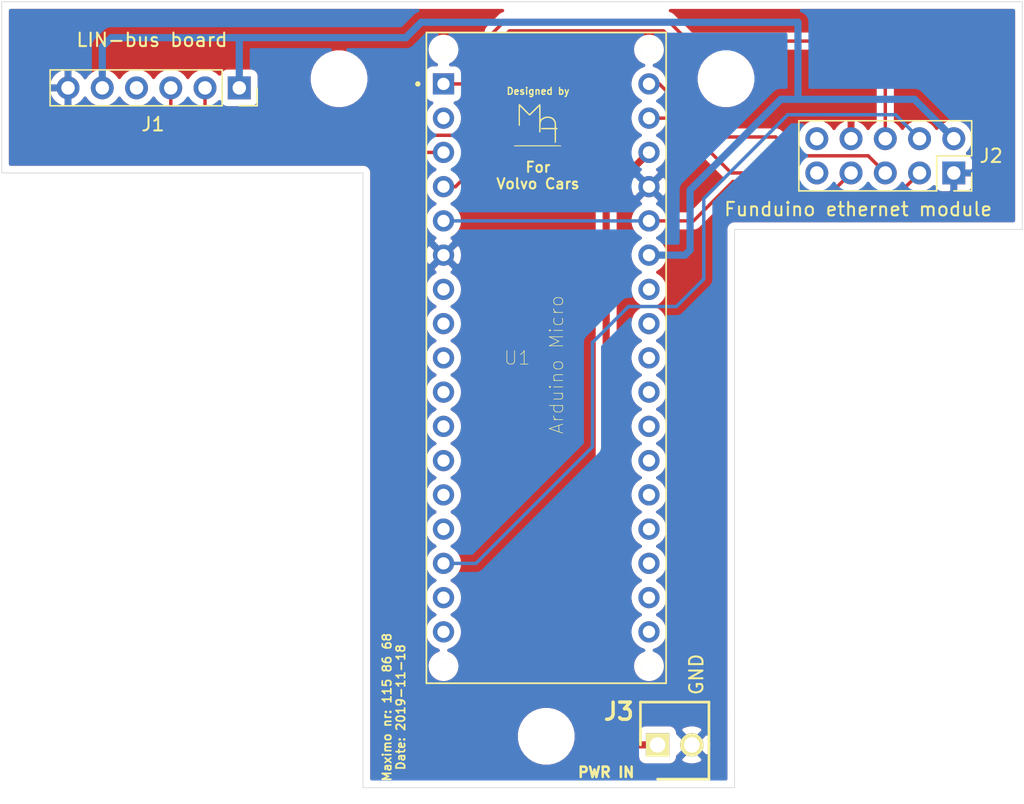
<source format=kicad_pcb>
(kicad_pcb (version 20171130) (host pcbnew "(5.1.4)-1")

  (general
    (thickness 1.6)
    (drawings 18)
    (tracks 69)
    (zones 0)
    (modules 8)
    (nets 34)
  )

  (page A4)
  (title_block
    (title "LIN Bus board")
    (date 2019-11-18)
    (rev 2)
    (company "Volvo Cars")
    (comment 1 "PCB made to easily connect Arduino with extension boards/shields for LIN and Ethernet")
  )

  (layers
    (0 F.Cu signal)
    (31 B.Cu signal)
    (32 B.Adhes user)
    (33 F.Adhes user)
    (34 B.Paste user)
    (35 F.Paste user)
    (36 B.SilkS user)
    (37 F.SilkS user)
    (38 B.Mask user)
    (39 F.Mask user)
    (40 Dwgs.User user)
    (41 Cmts.User user)
    (42 Eco1.User user)
    (43 Eco2.User user)
    (44 Edge.Cuts user)
    (45 Margin user)
    (46 B.CrtYd user)
    (47 F.CrtYd user)
    (48 B.Fab user)
    (49 F.Fab user)
  )

  (setup
    (last_trace_width 0.254)
    (user_trace_width 0.5334)
    (user_trace_width 0.762)
    (trace_clearance 0.254)
    (zone_clearance 0.508)
    (zone_45_only no)
    (trace_min 0.2)
    (via_size 0.762)
    (via_drill 0.381)
    (via_min_size 0.4)
    (via_min_drill 0.3)
    (uvia_size 0.762)
    (uvia_drill 0.381)
    (uvias_allowed no)
    (uvia_min_size 0.2)
    (uvia_min_drill 0.1)
    (edge_width 0.0254)
    (segment_width 0.2)
    (pcb_text_width 0.3)
    (pcb_text_size 1.5 1.5)
    (mod_edge_width 0.149987)
    (mod_text_size 0.999998 0.999998)
    (mod_text_width 0.15)
    (pad_size 1.524 1.524)
    (pad_drill 0.762)
    (pad_to_mask_clearance 0.0508)
    (aux_axis_origin 0 0)
    (visible_elements 7FFFFFFF)
    (pcbplotparams
      (layerselection 0x010f0_ffffffff)
      (usegerberextensions true)
      (usegerberattributes false)
      (usegerberadvancedattributes false)
      (creategerberjobfile false)
      (excludeedgelayer true)
      (linewidth 0.100000)
      (plotframeref false)
      (viasonmask false)
      (mode 1)
      (useauxorigin false)
      (hpglpennumber 1)
      (hpglpenspeed 20)
      (hpglpendiameter 15.000000)
      (psnegative false)
      (psa4output false)
      (plotreference true)
      (plotvalue true)
      (plotinvisibletext false)
      (padsonsilk false)
      (subtractmaskfromsilk false)
      (outputformat 1)
      (mirror false)
      (drillshape 0)
      (scaleselection 1)
      (outputdirectory "gerbers/"))
  )

  (net 0 "")
  (net 1 +5V)
  (net 2 "Net-(J1-Pad2)")
  (net 3 "Net-(J1-Pad3)")
  (net 4 "Net-(J1-Pad4)")
  (net 5 GND)
  (net 6 "Net-(J2-Pad3)")
  (net 7 "Net-(J2-Pad4)")
  (net 8 "Net-(J2-Pad5)")
  (net 9 "Net-(J2-Pad7)")
  (net 10 "Net-(J2-Pad10)")
  (net 11 "Net-(U1-Pad2)")
  (net 12 "Net-(U1-Pad7)")
  (net 13 "Net-(U1-Pad8)")
  (net 14 "Net-(U1-Pad9)")
  (net 15 "Net-(U1-Pad10)")
  (net 16 "Net-(U1-Pad11)")
  (net 17 "Net-(U1-Pad12)")
  (net 18 "Net-(U1-Pad13)")
  (net 19 "Net-(U1-Pad14)")
  (net 20 "Net-(U1-Pad16)")
  (net 21 "Net-(U1-Pad17)")
  (net 22 "Net-(U1-Pad18)")
  (net 23 "Net-(U1-Pad19)")
  (net 24 "Net-(U1-Pad20)")
  (net 25 "Net-(U1-Pad21)")
  (net 26 "Net-(U1-Pad22)")
  (net 27 "Net-(U1-Pad23)")
  (net 28 "Net-(U1-Pad24)")
  (net 29 "Net-(U1-Pad25)")
  (net 30 "Net-(U1-Pad26)")
  (net 31 "Net-(J2-Pad9)")
  (net 32 "Net-(J2-Pad6)")
  (net 33 "Net-(J3-Pad1)")

  (net_class Default "This is the default net class."
    (clearance 0.254)
    (trace_width 0.254)
    (via_dia 0.762)
    (via_drill 0.381)
    (uvia_dia 0.762)
    (uvia_drill 0.381)
    (add_net +5V)
    (add_net GND)
    (add_net "Net-(J1-Pad2)")
    (add_net "Net-(J1-Pad3)")
    (add_net "Net-(J1-Pad4)")
    (add_net "Net-(J2-Pad10)")
    (add_net "Net-(J2-Pad3)")
    (add_net "Net-(J2-Pad4)")
    (add_net "Net-(J2-Pad5)")
    (add_net "Net-(J2-Pad6)")
    (add_net "Net-(J2-Pad7)")
    (add_net "Net-(J2-Pad9)")
    (add_net "Net-(J3-Pad1)")
    (add_net "Net-(U1-Pad10)")
    (add_net "Net-(U1-Pad11)")
    (add_net "Net-(U1-Pad12)")
    (add_net "Net-(U1-Pad13)")
    (add_net "Net-(U1-Pad14)")
    (add_net "Net-(U1-Pad16)")
    (add_net "Net-(U1-Pad17)")
    (add_net "Net-(U1-Pad18)")
    (add_net "Net-(U1-Pad19)")
    (add_net "Net-(U1-Pad2)")
    (add_net "Net-(U1-Pad20)")
    (add_net "Net-(U1-Pad21)")
    (add_net "Net-(U1-Pad22)")
    (add_net "Net-(U1-Pad23)")
    (add_net "Net-(U1-Pad24)")
    (add_net "Net-(U1-Pad25)")
    (add_net "Net-(U1-Pad26)")
    (add_net "Net-(U1-Pad7)")
    (add_net "Net-(U1-Pad8)")
    (add_net "Net-(U1-Pad9)")
  )

  (module Logo:LOGO_5mm (layer F.Cu) (tedit 5B922FE0) (tstamp 5DA490BE)
    (at 141.76 63.786)
    (fp_text reference G*** (at -5.08 0) (layer F.SilkS) hide
      (effects (font (size 1.524 1.524) (thickness 0.3)))
    )
    (fp_text value LOGO_5mm (at 0 -2.54) (layer F.SilkS) hide
      (effects (font (size 1.524 1.524) (thickness 0.3)))
    )
    (fp_poly (pts (xy 0.137701 1.482711) (xy 0.299775 1.482719) (xy 0.45021 1.482736) (xy 0.589442 1.482765)
      (xy 0.717906 1.482809) (xy 0.836038 1.48287) (xy 0.944276 1.482951) (xy 1.043055 1.483056)
      (xy 1.132812 1.483187) (xy 1.213982 1.483347) (xy 1.287002 1.483538) (xy 1.352309 1.483765)
      (xy 1.410338 1.484029) (xy 1.461525 1.484333) (xy 1.506307 1.484681) (xy 1.545121 1.485075)
      (xy 1.578401 1.485519) (xy 1.606586 1.486014) (xy 1.63011 1.486564) (xy 1.64941 1.487171)
      (xy 1.664922 1.487839) (xy 1.677083 1.488571) (xy 1.686328 1.489369) (xy 1.693094 1.490236)
      (xy 1.697818 1.491175) (xy 1.700934 1.492189) (xy 1.702881 1.49328) (xy 1.703833 1.49415)
      (xy 1.713251 1.510689) (xy 1.71025 1.526156) (xy 1.702746 1.534917) (xy 1.700971 1.535962)
      (xy 1.697748 1.536935) (xy 1.692646 1.537838) (xy 1.68523 1.538674) (xy 1.675068 1.539445)
      (xy 1.661728 1.540154) (xy 1.644776 1.540804) (xy 1.623779 1.541397) (xy 1.598304 1.541935)
      (xy 1.567919 1.542422) (xy 1.532191 1.542859) (xy 1.490686 1.54325) (xy 1.442972 1.543597)
      (xy 1.388616 1.543903) (xy 1.327185 1.544169) (xy 1.258246 1.544399) (xy 1.181366 1.544596)
      (xy 1.096112 1.544761) (xy 1.002052 1.544897) (xy 0.898752 1.545008) (xy 0.78578 1.545095)
      (xy 0.662702 1.545162) (xy 0.529086 1.54521) (xy 0.384499 1.545242) (xy 0.228508 1.545261)
      (xy 0.060679 1.545269) (xy -0.038624 1.54527) (xy -0.212775 1.545268) (xy -0.37485 1.54526)
      (xy -0.525285 1.545243) (xy -0.664516 1.545214) (xy -0.79298 1.545171) (xy -0.911113 1.54511)
      (xy -1.019351 1.545028) (xy -1.11813 1.544924) (xy -1.207887 1.544793) (xy -1.289057 1.544633)
      (xy -1.362077 1.544441) (xy -1.427383 1.544215) (xy -1.485412 1.543951) (xy -1.5366 1.543646)
      (xy -1.581382 1.543298) (xy -1.620196 1.542904) (xy -1.653476 1.542461) (xy -1.68166 1.541966)
      (xy -1.705185 1.541416) (xy -1.724485 1.540808) (xy -1.739997 1.54014) (xy -1.752157 1.539408)
      (xy -1.761403 1.538611) (xy -1.768169 1.537744) (xy -1.772892 1.536805) (xy -1.776009 1.535791)
      (xy -1.777956 1.534699) (xy -1.778908 1.53383) (xy -1.788326 1.51729) (xy -1.785325 1.501824)
      (xy -1.777821 1.493063) (xy -1.776045 1.492018) (xy -1.772823 1.491045) (xy -1.76772 1.490142)
      (xy -1.760305 1.489306) (xy -1.750143 1.488534) (xy -1.736803 1.487825) (xy -1.71985 1.487175)
      (xy -1.698853 1.486583) (xy -1.673379 1.486044) (xy -1.642994 1.485557) (xy -1.607265 1.48512)
      (xy -1.565761 1.484729) (xy -1.518047 1.484382) (xy -1.463691 1.484077) (xy -1.40226 1.48381)
      (xy -1.333321 1.48358) (xy -1.256441 1.483384) (xy -1.171187 1.483219) (xy -1.077127 1.483082)
      (xy -0.973827 1.482971) (xy -0.860855 1.482884) (xy -0.737777 1.482818) (xy -0.604161 1.48277)
      (xy -0.459574 1.482738) (xy -0.303582 1.482719) (xy -0.135754 1.48271) (xy -0.03645 1.482709)
      (xy 0.137701 1.482711)) (layer F.SilkS) (width 0.01))
    (fp_poly (pts (xy -1.38054 -1.581696) (xy -1.374085 -1.578009) (xy -1.364899 -1.571223) (xy -1.352431 -1.560817)
      (xy -1.336135 -1.546264) (xy -1.31546 -1.527044) (xy -1.289859 -1.50263) (xy -1.258782 -1.472501)
      (xy -1.22168 -1.436132) (xy -1.178006 -1.392999) (xy -1.12721 -1.34258) (xy -1.068744 -1.284351)
      (xy -1.002059 -1.217787) (xy -0.997452 -1.213185) (xy -0.627483 -0.843561) (xy -0.266578 -1.204297)
      (xy -0.210537 -1.260222) (xy -0.156788 -1.313687) (xy -0.106021 -1.364015) (xy -0.058928 -1.410529)
      (xy -0.016201 -1.45255) (xy 0.02147 -1.489401) (xy 0.053392 -1.520406) (xy 0.078875 -1.544885)
      (xy 0.097226 -1.562163) (xy 0.107754 -1.57156) (xy 0.109769 -1.573045) (xy 0.132306 -1.578662)
      (xy 0.153041 -1.572482) (xy 0.169498 -1.555375) (xy 0.171552 -1.551623) (xy 0.173356 -1.547006)
      (xy 0.174925 -1.540732) (xy 0.176277 -1.532008) (xy 0.177428 -1.520042) (xy 0.178394 -1.504042)
      (xy 0.179193 -1.483215) (xy 0.17984 -1.456769) (xy 0.180353 -1.423911) (xy 0.180748 -1.38385)
      (xy 0.181041 -1.335794) (xy 0.18125 -1.278949) (xy 0.18139 -1.212523) (xy 0.181479 -1.135724)
      (xy 0.181532 -1.047761) (xy 0.181557 -0.979089) (xy 0.181733 -0.422291) (xy 0.209885 -0.454658)
      (xy 0.234474 -0.480235) (xy 0.262723 -0.503966) (xy 0.296952 -0.527519) (xy 0.339485 -0.552564)
      (xy 0.365902 -0.566864) (xy 0.455128 -0.607798) (xy 0.545691 -0.637076) (xy 0.636754 -0.65458)
      (xy 0.727476 -0.660191) (xy 0.817018 -0.653789) (xy 0.885246 -0.640444) (xy 0.923726 -0.628917)
      (xy 0.967699 -0.612872) (xy 1.012229 -0.594314) (xy 1.052381 -0.575247) (xy 1.072006 -0.564579)
      (xy 1.116303 -0.533504) (xy 1.160821 -0.49258) (xy 1.203677 -0.444289) (xy 1.242988 -0.391115)
      (xy 1.276871 -0.335543) (xy 1.303443 -0.280055) (xy 1.317035 -0.241397) (xy 1.320127 -0.228941)
      (xy 1.322598 -0.214146) (xy 1.324523 -0.195495) (xy 1.325978 -0.171473) (xy 1.327038 -0.140563)
      (xy 1.327778 -0.101249) (xy 1.328273 -0.052015) (xy 1.328517 -0.010246) (xy 1.329433 0.184556)
      (xy 1.377289 0.187684) (xy 1.410443 0.191667) (xy 1.432822 0.199137) (xy 1.445902 0.211025)
      (xy 1.451157 0.228266) (xy 1.451428 0.234605) (xy 1.448228 0.25363) (xy 1.437645 0.267022)
      (xy 1.418203 0.275716) (xy 1.388428 0.280645) (xy 1.377289 0.281527) (xy 1.329433 0.284655)
      (xy 1.328605 0.763251) (xy 1.328464 0.83973) (xy 1.328311 0.912709) (xy 1.32815 0.981203)
      (xy 1.327984 1.044224) (xy 1.327816 1.100787) (xy 1.327649 1.149904) (xy 1.327487 1.19059)
      (xy 1.327332 1.221858) (xy 1.327188 1.242722) (xy 1.327058 1.252195) (xy 1.327041 1.252551)
      (xy 1.320299 1.268802) (xy 1.30501 1.281008) (xy 1.284927 1.287402) (xy 1.263806 1.28622)
      (xy 1.25892 1.284581) (xy 1.250637 1.277128) (xy 1.241799 1.26365) (xy 1.241715 1.263489)
      (xy 1.239975 1.258733) (xy 1.238462 1.251107) (xy 1.23716 1.239795) (xy 1.236056 1.22398)
      (xy 1.235132 1.202844) (xy 1.234375 1.175571) (xy 1.233769 1.141343) (xy 1.2333 1.099344)
      (xy 1.232951 1.048756) (xy 1.232708 0.988763) (xy 1.232556 0.918547) (xy 1.232479 0.837291)
      (xy 1.232463 0.763561) (xy 1.232463 0.281527) (xy 0.7473 0.281527) (xy 0.655007 0.281526)
      (xy 0.574418 0.281489) (xy 0.504727 0.281364) (xy 0.445125 0.281099) (xy 0.394805 0.280642)
      (xy 0.352958 0.279941) (xy 0.318779 0.278943) (xy 0.291458 0.277598) (xy 0.270188 0.275853)
      (xy 0.254162 0.273655) (xy 0.242571 0.270954) (xy 0.234609 0.267697) (xy 0.229468 0.263832)
      (xy 0.226339 0.259307) (xy 0.224416 0.25407) (xy 0.222891 0.248069) (xy 0.222816 0.24777)
      (xy 0.222505 0.225804) (xy 0.231184 0.206434) (xy 0.246853 0.194047) (xy 0.247413 0.193828)
      (xy 0.256853 0.192641) (xy 0.27831 0.191565) (xy 0.31129 0.190608) (xy 0.3553 0.189775)
      (xy 0.409844 0.189073) (xy 0.474429 0.188507) (xy 0.54856 0.188084) (xy 0.631743 0.187809)
      (xy 0.723483 0.187689) (xy 0.747743 0.187684) (xy 1.231913 0.187684) (xy 1.233752 0.00782)
      (xy 1.23422 -0.050986) (xy 1.234155 -0.099004) (xy 1.233343 -0.137955) (xy 1.231571 -0.16956)
      (xy 1.228622 -0.19554) (xy 1.224283 -0.217616) (xy 1.21834 -0.237507) (xy 1.210577 -0.256936)
      (xy 1.20078 -0.277623) (xy 1.197304 -0.284545) (xy 1.157361 -0.352749) (xy 1.111524 -0.410481)
      (xy 1.058851 -0.458485) (xy 0.9984 -0.497504) (xy 0.92923 -0.528283) (xy 0.863078 -0.548469)
      (xy 0.781157 -0.562806) (xy 0.697399 -0.565206) (xy 0.612924 -0.555888) (xy 0.528855 -0.535073)
      (xy 0.446312 -0.502981) (xy 0.366417 -0.459833) (xy 0.346562 -0.44706) (xy 0.317856 -0.42673)
      (xy 0.296535 -0.408082) (xy 0.278711 -0.387369) (xy 0.266255 -0.369668) (xy 0.249724 -0.342301)
      (xy 0.233776 -0.311751) (xy 0.221848 -0.284606) (xy 0.221795 -0.284466) (xy 0.21411 -0.263938)
      (xy 0.207591 -0.245672) (xy 0.202132 -0.228452) (xy 0.197624 -0.211058) (xy 0.193959 -0.192274)
      (xy 0.191029 -0.170881) (xy 0.188725 -0.145662) (xy 0.18694 -0.115398) (xy 0.185564 -0.078872)
      (xy 0.184491 -0.034865) (xy 0.183611 0.017839) (xy 0.182817 0.080459) (xy 0.182 0.154214)
      (xy 0.181885 0.164783) (xy 0.1783 0.495355) (xy 0.163531 0.507308) (xy 0.142445 0.517915)
      (xy 0.120816 0.516026) (xy 0.10407 0.506294) (xy 0.087586 0.493328) (xy 0.087586 -0.460282)
      (xy 0.087556 -0.568466) (xy 0.08747 -0.673191) (xy 0.087331 -0.773779) (xy 0.087142 -0.869551)
      (xy 0.086905 -0.959828) (xy 0.086625 -1.043934) (xy 0.086305 -1.121188) (xy 0.085947 -1.190912)
      (xy 0.085556 -1.252429) (xy 0.085134 -1.30506) (xy 0.084685 -1.348126) (xy 0.084211 -1.380949)
      (xy 0.083717 -1.402851) (xy 0.083205 -1.413152) (xy 0.083024 -1.413892) (xy 0.077977 -1.409578)
      (xy 0.064776 -1.39709) (xy 0.044113 -1.377106) (xy 0.016676 -1.350304) (xy -0.016847 -1.317364)
      (xy -0.055765 -1.278965) (xy -0.09939 -1.235786) (xy -0.147032 -1.188505) (xy -0.198002 -1.137801)
      (xy -0.251612 -1.084353) (xy -0.2595 -1.076479) (xy -0.330821 -1.005443) (xy -0.394497 -0.942374)
      (xy -0.450393 -0.887403) (xy -0.498374 -0.840659) (xy -0.538302 -0.802275) (xy -0.570043 -0.772381)
      (xy -0.593459 -0.751107) (xy -0.608416 -0.738586) (xy -0.614216 -0.734953) (xy -0.632328 -0.733415)
      (xy -0.645043 -0.735308) (xy -0.651633 -0.740355) (xy -0.666337 -0.753577) (xy -0.688441 -0.774281)
      (xy -0.717232 -0.801773) (xy -0.751995 -0.835362) (xy -0.792017 -0.874355) (xy -0.836585 -0.918057)
      (xy -0.884984 -0.965777) (xy -0.936502 -1.016821) (xy -0.990425 -1.070497) (xy -0.996774 -1.076833)
      (xy -1.050701 -1.130596) (xy -1.102104 -1.181711) (xy -1.150293 -1.2295) (xy -1.194577 -1.273283)
      (xy -1.234264 -1.312381) (xy -1.268663 -1.346113) (xy -1.297082 -1.373802) (xy -1.318831 -1.394767)
      (xy -1.333218 -1.408329) (xy -1.339551 -1.413809) (xy -1.339753 -1.413892) (xy -1.340452 -1.407767)
      (xy -1.341123 -1.389917) (xy -1.341762 -1.361127) (xy -1.342363 -1.322186) (xy -1.342919 -1.27388)
      (xy -1.343424 -1.216995) (xy -1.343873 -1.152319) (xy -1.34426 -1.080638) (xy -1.344579 -1.00274)
      (xy -1.344824 -0.91941) (xy -1.344989 -0.831435) (xy -1.345068 -0.739603) (xy -1.345074 -0.704909)
      (xy -1.345074 0.004075) (xy -1.359554 0.017677) (xy -1.379771 0.029646) (xy -1.400435 0.030302)
      (xy -1.418641 0.020387) (xy -1.431478 0.000644) (xy -1.432002 -0.000802) (xy -1.433067 -0.010075)
      (xy -1.434049 -0.030916) (xy -1.434947 -0.062382) (xy -1.435761 -0.103528) (xy -1.436492 -0.15341)
      (xy -1.437139 -0.211085) (xy -1.437703 -0.275609) (xy -1.438184 -0.346038) (xy -1.438581 -0.421428)
      (xy -1.438894 -0.500835) (xy -1.439125 -0.583315) (xy -1.439271 -0.667925) (xy -1.439334 -0.75372)
      (xy -1.439314 -0.839757) (xy -1.43921 -0.925092) (xy -1.439023 -1.008781) (xy -1.438752 -1.089879)
      (xy -1.438398 -1.167444) (xy -1.43796 -1.240532) (xy -1.437439 -1.308197) (xy -1.436834 -1.369497)
      (xy -1.436146 -1.423488) (xy -1.435374 -1.469226) (xy -1.434519 -1.505767) (xy -1.43358 -1.532166)
      (xy -1.432558 -1.547481) (xy -1.432002 -1.550726) (xy -1.420222 -1.570826) (xy -1.401552 -1.581005)
      (xy -1.384812 -1.582808) (xy -1.38054 -1.581696)) (layer F.SilkS) (width 0.01))
  )

  (module 640456-2:SHDR2W66P0X254_1X2_508X572X775P (layer F.Cu) (tedit 5B7AD841) (tstamp 5DA48368)
    (at 150.622 109.728)
    (descr 640456-2)
    (tags Connector)
    (path /5DA430CB)
    (fp_text reference J3 (at -2.872 -2.478) (layer F.SilkS)
      (effects (font (size 1.27 1.27) (thickness 0.254)))
    )
    (fp_text value "PWR IN" (at -3.81 2.032) (layer F.SilkS)
      (effects (font (size 0.762 0.762) (thickness 0.1905)))
    )
    (fp_line (start -1.27 -3.175) (end -1.27 0) (layer F.SilkS) (width 0.2))
    (fp_line (start 3.81 -3.175) (end -1.27 -3.175) (layer F.SilkS) (width 0.2))
    (fp_line (start 3.81 2.54) (end 3.81 -3.175) (layer F.SilkS) (width 0.2))
    (fp_line (start 0 2.54) (end 3.81 2.54) (layer F.SilkS) (width 0.2))
    (fp_line (start 3.81 2.54) (end -1.27 2.54) (layer Dwgs.User) (width 0.1))
    (fp_line (start 3.81 -3.175) (end 3.81 2.54) (layer Dwgs.User) (width 0.1))
    (fp_line (start -1.27 -3.175) (end 3.81 -3.175) (layer Dwgs.User) (width 0.1))
    (fp_line (start -1.27 2.54) (end -1.27 -3.175) (layer Dwgs.User) (width 0.1))
    (fp_line (start 4.06 2.79) (end -1.52 2.79) (layer Dwgs.User) (width 0.05))
    (fp_line (start 4.06 -3.425) (end 4.06 2.79) (layer Dwgs.User) (width 0.05))
    (fp_line (start -1.52 -3.425) (end 4.06 -3.425) (layer Dwgs.User) (width 0.05))
    (fp_line (start -1.52 2.79) (end -1.52 -3.425) (layer Dwgs.User) (width 0.05))
    (pad 2 thru_hole circle (at 2.54 0 90) (size 1.725 1.725) (drill 1.15) (layers *.Cu *.Mask F.SilkS)
      (net 5 GND))
    (pad 1 thru_hole rect (at 0 0 90) (size 1.725 1.725) (drill 1.15) (layers *.Cu *.Mask F.SilkS)
      (net 33 "Net-(J3-Pad1)"))
    (model C:/Users/maugusts/Downloads/94656349-659-640456-2/640456-2.stp
      (offset (xyz 1.2954 0.4064 2.4892))
      (scale (xyz 1 1 1))
      (rotate (xyz 0 0 0))
    )
  )

  (module Connector_PinSocket_2.54mm:PinSocket_2x05_P2.54mm_Vertical (layer F.Cu) (tedit 5A19A42B) (tstamp 5D9DBBF6)
    (at 172.593 67.31 270)
    (descr "Through hole straight socket strip, 2x05, 2.54mm pitch, double cols (from Kicad 4.0.7), script generated")
    (tags "Through hole socket strip THT 2x05 2.54mm double row")
    (path /5D9DC486)
    (fp_text reference J2 (at -1.27 -2.77 180) (layer F.SilkS)
      (effects (font (size 1 1) (thickness 0.15)))
    )
    (fp_text value "Funduino ethernet module" (at 2.69 7.093 180) (layer F.SilkS)
      (effects (font (size 1 1) (thickness 0.15)))
    )
    (fp_text user %R (at -1.27 5.08) (layer F.Fab)
      (effects (font (size 1 1) (thickness 0.15)))
    )
    (fp_line (start -4.34 11.9) (end -4.34 -1.8) (layer F.CrtYd) (width 0.05))
    (fp_line (start 1.76 11.9) (end -4.34 11.9) (layer F.CrtYd) (width 0.05))
    (fp_line (start 1.76 -1.8) (end 1.76 11.9) (layer F.CrtYd) (width 0.05))
    (fp_line (start -4.34 -1.8) (end 1.76 -1.8) (layer F.CrtYd) (width 0.05))
    (fp_line (start 0 -1.33) (end 1.33 -1.33) (layer F.SilkS) (width 0.12))
    (fp_line (start 1.33 -1.33) (end 1.33 0) (layer F.SilkS) (width 0.12))
    (fp_line (start -1.27 -1.33) (end -1.27 1.27) (layer F.SilkS) (width 0.12))
    (fp_line (start -1.27 1.27) (end 1.33 1.27) (layer F.SilkS) (width 0.12))
    (fp_line (start 1.33 1.27) (end 1.33 11.49) (layer F.SilkS) (width 0.12))
    (fp_line (start -3.87 11.49) (end 1.33 11.49) (layer F.SilkS) (width 0.12))
    (fp_line (start -3.87 -1.33) (end -3.87 11.49) (layer F.SilkS) (width 0.12))
    (fp_line (start -3.87 -1.33) (end -1.27 -1.33) (layer F.SilkS) (width 0.12))
    (fp_line (start -3.81 11.43) (end -3.81 -1.27) (layer F.Fab) (width 0.1))
    (fp_line (start 1.27 11.43) (end -3.81 11.43) (layer F.Fab) (width 0.1))
    (fp_line (start 1.27 -0.27) (end 1.27 11.43) (layer F.Fab) (width 0.1))
    (fp_line (start 0.27 -1.27) (end 1.27 -0.27) (layer F.Fab) (width 0.1))
    (fp_line (start -3.81 -1.27) (end 0.27 -1.27) (layer F.Fab) (width 0.1))
    (pad 10 thru_hole oval (at -2.54 10.16 270) (size 1.7 1.7) (drill 1) (layers *.Cu *.Mask)
      (net 10 "Net-(J2-Pad10)"))
    (pad 9 thru_hole oval (at 0 10.16 270) (size 1.7 1.7) (drill 1) (layers *.Cu *.Mask)
      (net 31 "Net-(J2-Pad9)"))
    (pad 8 thru_hole oval (at -2.54 7.62 270) (size 1.7 1.7) (drill 1) (layers *.Cu *.Mask)
      (net 5 GND))
    (pad 7 thru_hole oval (at 0 7.62 270) (size 1.7 1.7) (drill 1) (layers *.Cu *.Mask)
      (net 9 "Net-(J2-Pad7)"))
    (pad 6 thru_hole oval (at -2.54 5.08 270) (size 1.7 1.7) (drill 1) (layers *.Cu *.Mask)
      (net 32 "Net-(J2-Pad6)"))
    (pad 5 thru_hole oval (at 0 5.08 270) (size 1.7 1.7) (drill 1) (layers *.Cu *.Mask)
      (net 8 "Net-(J2-Pad5)"))
    (pad 4 thru_hole oval (at -2.54 2.54 270) (size 1.7 1.7) (drill 1) (layers *.Cu *.Mask)
      (net 7 "Net-(J2-Pad4)"))
    (pad 3 thru_hole oval (at 0 2.54 270) (size 1.7 1.7) (drill 1) (layers *.Cu *.Mask)
      (net 6 "Net-(J2-Pad3)"))
    (pad 2 thru_hole oval (at -2.54 0 270) (size 1.7 1.7) (drill 1) (layers *.Cu *.Mask)
      (net 1 +5V))
    (pad 1 thru_hole rect (at 0 0 270) (size 1.7 1.7) (drill 1) (layers *.Cu *.Mask)
      (net 5 GND))
    (model ${KISYS3DMOD}/Connector_PinSocket_2.54mm.3dshapes/PinSocket_2x05_P2.54mm_Vertical.wrl
      (at (xyz 0 0 0))
      (scale (xyz 1 1 1))
      (rotate (xyz 0 0 0))
    )
  )

  (module MountingHole:MountingHole_3.2mm_M3 (layer F.Cu) (tedit 56D1B4CB) (tstamp 5D9D82B0)
    (at 155.702 60.325)
    (descr "Mounting Hole 3.2mm, no annular, M3")
    (tags "mounting hole 3.2mm no annular m3")
    (path /5D9D946F)
    (attr virtual)
    (fp_text reference H3 (at 0 -4.2) (layer F.SilkS) hide
      (effects (font (size 1 1) (thickness 0.15)))
    )
    (fp_text value MountingHole (at 0 4.2) (layer F.Fab)
      (effects (font (size 1 1) (thickness 0.15)))
    )
    (fp_circle (center 0 0) (end 3.45 0) (layer F.CrtYd) (width 0.05))
    (fp_circle (center 0 0) (end 3.2 0) (layer Cmts.User) (width 0.15))
    (fp_text user %R (at 0.3 0) (layer F.Fab)
      (effects (font (size 1 1) (thickness 0.15)))
    )
    (pad 1 np_thru_hole circle (at 0 0) (size 3.2 3.2) (drill 3.2) (layers *.Cu *.Mask))
  )

  (module MountingHole:MountingHole_3.2mm_M3 (layer F.Cu) (tedit 56D1B4CB) (tstamp 5D9D82A8)
    (at 127 60.325)
    (descr "Mounting Hole 3.2mm, no annular, M3")
    (tags "mounting hole 3.2mm no annular m3")
    (path /5D9D8FC8)
    (attr virtual)
    (fp_text reference H2 (at 0 -4.2) (layer F.SilkS) hide
      (effects (font (size 1 1) (thickness 0.15)))
    )
    (fp_text value MountingHole (at 0 4.2) (layer F.Fab)
      (effects (font (size 1 1) (thickness 0.15)))
    )
    (fp_circle (center 0 0) (end 3.45 0) (layer F.CrtYd) (width 0.05))
    (fp_circle (center 0 0) (end 3.2 0) (layer Cmts.User) (width 0.15))
    (fp_text user %R (at 0.3 0) (layer F.Fab)
      (effects (font (size 1 1) (thickness 0.15)))
    )
    (pad 1 np_thru_hole circle (at 0 0) (size 3.2 3.2) (drill 3.2) (layers *.Cu *.Mask))
  )

  (module MountingHole:MountingHole_3.2mm_M3 (layer F.Cu) (tedit 56D1B4CB) (tstamp 5D9DBE74)
    (at 142.367 109.093)
    (descr "Mounting Hole 3.2mm, no annular, M3")
    (tags "mounting hole 3.2mm no annular m3")
    (path /5D9D8936)
    (attr virtual)
    (fp_text reference H1 (at -4.699 0.889) (layer F.SilkS) hide
      (effects (font (size 1 1) (thickness 0.15)))
    )
    (fp_text value MountingHole (at 0 4.2) (layer F.Fab)
      (effects (font (size 1 1) (thickness 0.15)))
    )
    (fp_circle (center 0 0) (end 3.45 0) (layer F.CrtYd) (width 0.05))
    (fp_circle (center 0 0) (end 3.2 0) (layer Cmts.User) (width 0.15))
    (fp_text user %R (at 0.3 0) (layer F.Fab)
      (effects (font (size 1 1) (thickness 0.15)))
    )
    (pad 1 np_thru_hole circle (at 0 0) (size 3.2 3.2) (drill 3.2) (layers *.Cu *.Mask))
  )

  (module Connector_PinSocket_2.54mm:PinSocket_1x06_P2.54mm_Vertical (layer F.Cu) (tedit 5A19A430) (tstamp 5D9D430F)
    (at 119.6 61 270)
    (descr "Through hole straight socket strip, 1x06, 2.54mm pitch, single row (from Kicad 4.0.7), script generated")
    (tags "Through hole socket strip THT 1x06 2.54mm single row")
    (path /5D9D0E1B)
    (fp_text reference J1 (at 2.7 6.4 180) (layer F.SilkS)
      (effects (font (size 1 1) (thickness 0.15)))
    )
    (fp_text value "LIN-bus board" (at -3.556 6.477 180) (layer F.SilkS)
      (effects (font (size 1 1) (thickness 0.15)))
    )
    (fp_line (start -1.27 -1.27) (end 0.635 -1.27) (layer F.Fab) (width 0.1))
    (fp_line (start 0.635 -1.27) (end 1.27 -0.635) (layer F.Fab) (width 0.1))
    (fp_line (start 1.27 -0.635) (end 1.27 13.97) (layer F.Fab) (width 0.1))
    (fp_line (start 1.27 13.97) (end -1.27 13.97) (layer F.Fab) (width 0.1))
    (fp_line (start -1.27 13.97) (end -1.27 -1.27) (layer F.Fab) (width 0.1))
    (fp_line (start -1.33 1.27) (end 1.33 1.27) (layer F.SilkS) (width 0.12))
    (fp_line (start -1.33 1.27) (end -1.33 14.03) (layer F.SilkS) (width 0.12))
    (fp_line (start -1.33 14.03) (end 1.33 14.03) (layer F.SilkS) (width 0.12))
    (fp_line (start 1.33 1.27) (end 1.33 14.03) (layer F.SilkS) (width 0.12))
    (fp_line (start 1.33 -1.33) (end 1.33 0) (layer F.SilkS) (width 0.12))
    (fp_line (start 0 -1.33) (end 1.33 -1.33) (layer F.SilkS) (width 0.12))
    (fp_line (start -1.8 -1.8) (end 1.75 -1.8) (layer F.CrtYd) (width 0.05))
    (fp_line (start 1.75 -1.8) (end 1.75 14.45) (layer F.CrtYd) (width 0.05))
    (fp_line (start 1.75 14.45) (end -1.8 14.45) (layer F.CrtYd) (width 0.05))
    (fp_line (start -1.8 14.45) (end -1.8 -1.8) (layer F.CrtYd) (width 0.05))
    (fp_text user %R (at 0 6.35) (layer F.Fab)
      (effects (font (size 1 1) (thickness 0.15)))
    )
    (pad 1 thru_hole rect (at 0 0 270) (size 1.7 1.7) (drill 1) (layers *.Cu *.Mask)
      (net 1 +5V))
    (pad 2 thru_hole oval (at 0 2.54 270) (size 1.7 1.7) (drill 1) (layers *.Cu *.Mask)
      (net 2 "Net-(J1-Pad2)"))
    (pad 3 thru_hole oval (at 0 5.08 270) (size 1.7 1.7) (drill 1) (layers *.Cu *.Mask)
      (net 3 "Net-(J1-Pad3)"))
    (pad 4 thru_hole oval (at 0 7.62 270) (size 1.7 1.7) (drill 1) (layers *.Cu *.Mask)
      (net 4 "Net-(J1-Pad4)"))
    (pad 5 thru_hole oval (at 0 10.16 270) (size 1.7 1.7) (drill 1) (layers *.Cu *.Mask)
      (net 1 +5V))
    (pad 6 thru_hole oval (at 0 12.7 270) (size 1.7 1.7) (drill 1) (layers *.Cu *.Mask)
      (net 5 GND))
    (model ${KISYS3DMOD}/Connector_PinSocket_2.54mm.3dshapes/PinSocket_1x06_P2.54mm_Vertical.wrl
      (at (xyz 0 0 0))
      (scale (xyz 1 1 1))
      (rotate (xyz 0 0 0))
    )
  )

  (module A000053:ARDUINO_A000053 (layer F.Cu) (tedit 0) (tstamp 5D9D4367)
    (at 142.367 81.026)
    (path /5D9B49BE)
    (fp_text reference U1 (at -2.159 0) (layer F.SilkS)
      (effects (font (size 1 1) (thickness 0.05)))
    )
    (fp_text value "Arduino Micro" (at 0.762 0.508 90) (layer F.SilkS)
      (effects (font (size 1 1) (thickness 0.05)))
    )
    (fp_line (start -8.89 24.13) (end 8.89 24.13) (layer Eco2.User) (width 0.127))
    (fp_line (start 8.89 24.13) (end 8.89 -24.13) (layer Eco2.User) (width 0.127))
    (fp_line (start -8.89 24.13) (end -8.89 -24.13) (layer Eco2.User) (width 0.127))
    (fp_line (start -8.89 -24.13) (end 8.89 -24.13) (layer Eco2.User) (width 0.127))
    (fp_line (start -8.89 24.13) (end 8.89 24.13) (layer F.SilkS) (width 0.127))
    (fp_line (start 8.89 24.13) (end 8.89 -24.13) (layer F.SilkS) (width 0.127))
    (fp_line (start -8.89 24.13) (end -8.89 -24.13) (layer F.SilkS) (width 0.127))
    (fp_line (start -8.89 -24.13) (end 8.89 -24.13) (layer F.SilkS) (width 0.127))
    (fp_line (start -9.14 24.38) (end 9.14 24.38) (layer Eco1.User) (width 0.05))
    (fp_line (start 9.14 24.38) (end 9.14 -24.38) (layer Eco1.User) (width 0.05))
    (fp_line (start -9.14 24.38) (end -9.14 -24.38) (layer Eco1.User) (width 0.05))
    (fp_line (start -9.14 -24.38) (end 9.14 -24.38) (layer Eco1.User) (width 0.05))
    (fp_circle (center -9.525 -20.32) (end -9.425 -20.32) (layer F.SilkS) (width 0.2))
    (fp_circle (center -9.525 -20.32) (end -9.425 -20.32) (layer Eco2.User) (width 0.2))
    (pad 1 thru_hole rect (at -7.62 -20.32) (size 1.5748 1.5748) (drill 0.9144) (layers *.Cu *.Mask)
      (net 32 "Net-(J2-Pad6)"))
    (pad 2 thru_hole circle (at -7.62 -17.78) (size 1.5748 1.5748) (drill 0.9144) (layers *.Cu *.Mask)
      (net 11 "Net-(U1-Pad2)"))
    (pad 3 thru_hole circle (at -7.62 -15.24) (size 1.5748 1.5748) (drill 0.9144) (layers *.Cu *.Mask)
      (net 3 "Net-(J1-Pad3)"))
    (pad 4 thru_hole circle (at -7.62 -12.7) (size 1.5748 1.5748) (drill 0.9144) (layers *.Cu *.Mask)
      (net 2 "Net-(J1-Pad2)"))
    (pad 5 thru_hole circle (at -7.62 -10.16) (size 1.5748 1.5748) (drill 0.9144) (layers *.Cu *.Mask)
      (net 6 "Net-(J2-Pad3)"))
    (pad 6 thru_hole circle (at -7.62 -7.62) (size 1.5748 1.5748) (drill 0.9144) (layers *.Cu *.Mask)
      (net 5 GND))
    (pad 7 thru_hole circle (at -7.62 -5.08) (size 1.5748 1.5748) (drill 0.9144) (layers *.Cu *.Mask)
      (net 12 "Net-(U1-Pad7)"))
    (pad 8 thru_hole circle (at -7.62 -2.54) (size 1.5748 1.5748) (drill 0.9144) (layers *.Cu *.Mask)
      (net 13 "Net-(U1-Pad8)"))
    (pad 9 thru_hole circle (at -7.62 0) (size 1.5748 1.5748) (drill 0.9144) (layers *.Cu *.Mask)
      (net 14 "Net-(U1-Pad9)"))
    (pad 10 thru_hole circle (at -7.62 2.54) (size 1.5748 1.5748) (drill 0.9144) (layers *.Cu *.Mask)
      (net 15 "Net-(U1-Pad10)"))
    (pad 11 thru_hole circle (at -7.62 5.08) (size 1.5748 1.5748) (drill 0.9144) (layers *.Cu *.Mask)
      (net 16 "Net-(U1-Pad11)"))
    (pad 12 thru_hole circle (at -7.62 7.62) (size 1.5748 1.5748) (drill 0.9144) (layers *.Cu *.Mask)
      (net 17 "Net-(U1-Pad12)"))
    (pad 13 thru_hole circle (at -7.62 10.16) (size 1.5748 1.5748) (drill 0.9144) (layers *.Cu *.Mask)
      (net 18 "Net-(U1-Pad13)"))
    (pad 14 thru_hole circle (at -7.62 12.7) (size 1.5748 1.5748) (drill 0.9144) (layers *.Cu *.Mask)
      (net 19 "Net-(U1-Pad14)"))
    (pad 15 thru_hole circle (at -7.62 15.24) (size 1.5748 1.5748) (drill 0.9144) (layers *.Cu *.Mask)
      (net 7 "Net-(J2-Pad4)"))
    (pad 16 thru_hole circle (at -7.62 17.78) (size 1.5748 1.5748) (drill 0.9144) (layers *.Cu *.Mask)
      (net 20 "Net-(U1-Pad16)"))
    (pad 17 thru_hole circle (at -7.62 20.32) (size 1.5748 1.5748) (drill 0.9144) (layers *.Cu *.Mask)
      (net 21 "Net-(U1-Pad17)"))
    (pad 18 thru_hole circle (at 7.62 20.32) (size 1.5748 1.5748) (drill 0.9144) (layers *.Cu *.Mask)
      (net 22 "Net-(U1-Pad18)"))
    (pad 19 thru_hole circle (at 7.62 17.78) (size 1.5748 1.5748) (drill 0.9144) (layers *.Cu *.Mask)
      (net 23 "Net-(U1-Pad19)"))
    (pad 20 thru_hole circle (at 7.62 15.24) (size 1.5748 1.5748) (drill 0.9144) (layers *.Cu *.Mask)
      (net 24 "Net-(U1-Pad20)"))
    (pad 21 thru_hole circle (at 7.62 12.7) (size 1.5748 1.5748) (drill 0.9144) (layers *.Cu *.Mask)
      (net 25 "Net-(U1-Pad21)"))
    (pad 22 thru_hole circle (at 7.62 10.16) (size 1.5748 1.5748) (drill 0.9144) (layers *.Cu *.Mask)
      (net 26 "Net-(U1-Pad22)"))
    (pad 23 thru_hole circle (at 7.62 7.62) (size 1.5748 1.5748) (drill 0.9144) (layers *.Cu *.Mask)
      (net 27 "Net-(U1-Pad23)"))
    (pad 24 thru_hole circle (at 7.62 5.08) (size 1.5748 1.5748) (drill 0.9144) (layers *.Cu *.Mask)
      (net 28 "Net-(U1-Pad24)"))
    (pad 25 thru_hole circle (at 7.62 2.54) (size 1.5748 1.5748) (drill 0.9144) (layers *.Cu *.Mask)
      (net 29 "Net-(U1-Pad25)"))
    (pad 26 thru_hole circle (at 7.62 0) (size 1.5748 1.5748) (drill 0.9144) (layers *.Cu *.Mask)
      (net 30 "Net-(U1-Pad26)"))
    (pad 27 thru_hole circle (at 7.62 -2.54) (size 1.5748 1.5748) (drill 0.9144) (layers *.Cu *.Mask))
    (pad 28 thru_hole circle (at 7.62 -5.08) (size 1.5748 1.5748) (drill 0.9144) (layers *.Cu *.Mask))
    (pad 29 thru_hole circle (at 7.62 -7.62) (size 1.5748 1.5748) (drill 0.9144) (layers *.Cu *.Mask)
      (net 1 +5V))
    (pad 30 thru_hole circle (at 7.62 -10.16) (size 1.5748 1.5748) (drill 0.9144) (layers *.Cu *.Mask)
      (net 6 "Net-(J2-Pad3)"))
    (pad 31 thru_hole circle (at 7.62 -12.7) (size 1.5748 1.5748) (drill 0.9144) (layers *.Cu *.Mask)
      (net 5 GND))
    (pad 32 thru_hole circle (at 7.62 -15.24) (size 1.5748 1.5748) (drill 0.9144) (layers *.Cu *.Mask)
      (net 33 "Net-(J3-Pad1)"))
    (pad 33 thru_hole circle (at 7.62 -17.78) (size 1.5748 1.5748) (drill 0.9144) (layers *.Cu *.Mask)
      (net 9 "Net-(J2-Pad7)"))
    (pad 34 thru_hole circle (at 7.62 -20.32) (size 1.5748 1.5748) (drill 0.9144) (layers *.Cu *.Mask)
      (net 8 "Net-(J2-Pad5)"))
    (pad Hole np_thru_hole circle (at -7.62 22.86) (size 1.2 1.2) (drill 1.2) (layers *.Cu *.Mask F.SilkS))
    (pad Hole np_thru_hole circle (at 7.62 22.86) (size 1.2 1.2) (drill 1.2) (layers *.Cu *.Mask F.SilkS))
    (pad Hole np_thru_hole circle (at -7.62 -22.86) (size 1.2 1.2) (drill 1.2) (layers *.Cu *.Mask F.SilkS))
    (pad Hole np_thru_hole circle (at 7.62 -22.86) (size 1.2 1.2) (drill 1.2) (layers *.Cu *.Mask F.SilkS))
    (model C:/Users/maugusts/Downloads/Arduino_Micro_-_3D_Model_-_11/files/ArduinoMicro3.stp
      (offset (xyz 0 0 3.81))
      (scale (xyz 1 1 1))
      (rotate (xyz 90 0 180))
    )
  )

  (gr_text "For\nVolvo Cars" (at 141.75 67.5) (layer F.SilkS)
    (effects (font (size 0.762 0.762) (thickness 0.15)))
  )
  (gr_text GND (at 153.5 104.5 90) (layer F.SilkS)
    (effects (font (size 0.999998 0.999998) (thickness 0.15)))
  )
  (gr_text "Designed by" (at 141.76 61.246) (layer F.SilkS)
    (effects (font (size 0.508 0.508) (thickness 0.1016)))
  )
  (gr_text "Maximo nr: 115 86 68\nDate: 2019-11-18" (at 131.064 106.934 90) (layer F.SilkS)
    (effects (font (size 0.635 0.635) (thickness 0.127)))
  )
  (gr_line (start 176.022 71.501) (end 177.673 71.501) (layer Edge.Cuts) (width 0.05) (tstamp 5D9DBF5F))
  (gr_line (start 176.022 54.61) (end 177.673 54.61) (layer Edge.Cuts) (width 0.05) (tstamp 5D9DBF5E))
  (gr_line (start 128.778 107.696) (end 128.778 112.903) (layer Edge.Cuts) (width 0.05) (tstamp 5D9DBE64))
  (gr_line (start 156.337 107.696) (end 156.337 112.903) (layer Edge.Cuts) (width 0.05) (tstamp 5D9DBE63))
  (gr_line (start 176.022 71.501) (end 174.879 71.501) (layer Edge.Cuts) (width 0.05) (tstamp 5D9DBE5A))
  (gr_line (start 177.673 54.61) (end 177.673 71.501) (layer Edge.Cuts) (width 0.05))
  (gr_line (start 174.879 54.61) (end 176.022 54.61) (layer Edge.Cuts) (width 0.05))
  (gr_line (start 101.981 54.61) (end 174.879 54.61) (layer Edge.Cuts) (width 0.05) (tstamp 5D9DBE59))
  (gr_line (start 101.981 67.31) (end 128.778 67.31) (layer Edge.Cuts) (width 0.05) (tstamp 5D9DBE58))
  (gr_line (start 101.981 67.31) (end 101.981 54.61) (layer Edge.Cuts) (width 0.05))
  (gr_line (start 128.778 67.31) (end 128.778 107.696) (layer Edge.Cuts) (width 0.05) (tstamp 5D9DBE14))
  (gr_line (start 156.337 112.903) (end 128.778 112.903) (layer Edge.Cuts) (width 0.05))
  (gr_line (start 156.337 71.501) (end 156.337 107.696) (layer Edge.Cuts) (width 0.05))
  (gr_line (start 174.879 71.501) (end 156.337 71.501) (layer Edge.Cuts) (width 0.05))

  (segment (start 169.672 61.849) (end 172.593 64.77) (width 0.5334) (layer B.Cu) (net 1))
  (segment (start 153.035 68.58) (end 159.766 61.849) (width 0.5334) (layer B.Cu) (net 1))
  (segment (start 153.035 73.025) (end 153.035 68.58) (width 0.5334) (layer B.Cu) (net 1))
  (segment (start 149.987 73.406) (end 152.654 73.406) (width 0.5334) (layer B.Cu) (net 1))
  (segment (start 152.654 73.406) (end 153.035 73.025) (width 0.5334) (layer B.Cu) (net 1))
  (segment (start 161.036 61.722) (end 161.163 61.849) (width 0.5334) (layer B.Cu) (net 1))
  (segment (start 161.163 61.849) (end 169.672 61.849) (width 0.5334) (layer B.Cu) (net 1) (tstamp 5DD28ECD))
  (segment (start 159.766 61.849) (end 161.163 61.849) (width 0.5334) (layer B.Cu) (net 1))
  (segment (start 131.953 57.277) (end 133.096 56.134) (width 0.5334) (layer B.Cu) (net 1))
  (segment (start 133.096 56.134) (end 161.036 56.134) (width 0.5334) (layer B.Cu) (net 1))
  (segment (start 161.036 56.134) (end 161.036 61.722) (width 0.5334) (layer B.Cu) (net 1))
  (segment (start 109.44 57.946) (end 109.44 61) (width 0.5334) (layer B.Cu) (net 1))
  (segment (start 110.109 57.277) (end 109.44 57.946) (width 0.5334) (layer B.Cu) (net 1))
  (segment (start 119.6 57.37) (end 119.507 57.277) (width 0.5334) (layer B.Cu) (net 1))
  (segment (start 119.6 61) (end 119.6 57.37) (width 0.5334) (layer B.Cu) (net 1))
  (segment (start 131.953 57.277) (end 119.507 57.277) (width 0.5334) (layer B.Cu) (net 1))
  (segment (start 119.507 57.277) (end 110.109 57.277) (width 0.5334) (layer B.Cu) (net 1))
  (segment (start 134.747 68.326) (end 135.636 68.326) (width 0.254) (layer F.Cu) (net 2))
  (segment (start 135.636 68.326) (end 136.652 67.31) (width 0.254) (layer F.Cu) (net 2))
  (segment (start 136.652 67.31) (end 136.652 65.532) (width 0.254) (layer F.Cu) (net 2))
  (segment (start 136.652 65.532) (end 135.636 64.516) (width 0.254) (layer F.Cu) (net 2))
  (segment (start 135.636 64.516) (end 118.618 64.516) (width 0.254) (layer F.Cu) (net 2))
  (segment (start 117.06 62.958) (end 117.06 61) (width 0.254) (layer F.Cu) (net 2))
  (segment (start 118.618 64.516) (end 117.06 62.958) (width 0.254) (layer F.Cu) (net 2))
  (segment (start 134.747 65.786) (end 117.856 65.786) (width 0.254) (layer F.Cu) (net 3))
  (segment (start 114.52 62.45) (end 114.52 61) (width 0.254) (layer F.Cu) (net 3))
  (segment (start 117.856 65.786) (end 114.52 62.45) (width 0.254) (layer F.Cu) (net 3))
  (segment (start 149.987 70.866) (end 153.289 70.866) (width 0.25) (layer F.Cu) (net 6))
  (segment (start 153.289 70.866) (end 156.21 67.945) (width 0.25) (layer F.Cu) (net 6))
  (segment (start 156.21 67.945) (end 158.369 67.945) (width 0.254) (layer F.Cu) (net 6))
  (segment (start 158.369 67.945) (end 159.893 69.469) (width 0.254) (layer F.Cu) (net 6))
  (segment (start 167.894 69.469) (end 170.053 67.31) (width 0.254) (layer F.Cu) (net 6))
  (segment (start 159.893 69.469) (end 167.894 69.469) (width 0.254) (layer F.Cu) (net 6))
  (segment (start 134.747 70.866) (end 149.987 70.866) (width 0.254) (layer B.Cu) (net 6))
  (segment (start 134.747 96.266) (end 137.16 96.266) (width 0.254) (layer B.Cu) (net 7))
  (segment (start 137.16 96.266) (end 145.796 87.63) (width 0.254) (layer B.Cu) (net 7))
  (segment (start 145.796 87.63) (end 145.796 79.883) (width 0.254) (layer B.Cu) (net 7))
  (segment (start 145.796 79.883) (end 148.463 77.216) (width 0.254) (layer B.Cu) (net 7))
  (segment (start 148.463 77.216) (end 152.019 77.216) (width 0.254) (layer B.Cu) (net 7))
  (segment (start 152.019 77.216) (end 154.051 75.184) (width 0.254) (layer B.Cu) (net 7))
  (segment (start 154.051 75.184) (end 154.051 69.215) (width 0.254) (layer B.Cu) (net 7))
  (segment (start 154.051 69.215) (end 160.274 62.992) (width 0.254) (layer B.Cu) (net 7))
  (segment (start 168.275 62.992) (end 170.053 64.77) (width 0.254) (layer B.Cu) (net 7))
  (segment (start 160.274 62.992) (end 168.275 62.992) (width 0.254) (layer B.Cu) (net 7))
  (segment (start 149.987 60.706) (end 150.749 60.706) (width 0.254) (layer F.Cu) (net 8))
  (segment (start 150.749 60.706) (end 154.686 64.643) (width 0.254) (layer F.Cu) (net 8))
  (segment (start 154.686 64.643) (end 159.385 64.643) (width 0.254) (layer F.Cu) (net 8))
  (segment (start 159.385 64.643) (end 160.782 66.04) (width 0.254) (layer F.Cu) (net 8))
  (segment (start 166.243 66.04) (end 167.513 67.31) (width 0.254) (layer F.Cu) (net 8))
  (segment (start 160.782 66.04) (end 166.243 66.04) (width 0.254) (layer F.Cu) (net 8))
  (segment (start 149.987 63.246) (end 152.019 63.246) (width 0.25) (layer F.Cu) (net 9))
  (segment (start 152.019 63.246) (end 156.083 67.31) (width 0.25) (layer F.Cu) (net 9))
  (segment (start 156.083 67.31) (end 158.75 67.31) (width 0.254) (layer F.Cu) (net 9))
  (segment (start 158.75 67.31) (end 160.274 68.834) (width 0.254) (layer F.Cu) (net 9))
  (segment (start 163.449 68.834) (end 164.973 67.31) (width 0.254) (layer F.Cu) (net 9))
  (segment (start 160.274 68.834) (end 163.449 68.834) (width 0.254) (layer F.Cu) (net 9))
  (segment (start 136.398 60.706) (end 134.747 60.706) (width 0.254) (layer F.Cu) (net 32))
  (segment (start 138.43 58.674) (end 136.398 60.706) (width 0.254) (layer F.Cu) (net 32))
  (segment (start 138.43 56.896) (end 138.43 58.674) (width 0.254) (layer F.Cu) (net 32))
  (segment (start 167.513 60.706) (end 164.338 57.531) (width 0.254) (layer F.Cu) (net 32))
  (segment (start 167.513 64.77) (end 167.513 60.706) (width 0.254) (layer F.Cu) (net 32))
  (segment (start 164.338 57.531) (end 152.908 57.531) (width 0.254) (layer F.Cu) (net 32))
  (segment (start 152.908 57.531) (end 151.384 56.007) (width 0.254) (layer F.Cu) (net 32))
  (segment (start 151.384 56.007) (end 139.319 56.007) (width 0.254) (layer F.Cu) (net 32))
  (segment (start 139.319 56.007) (end 138.43 56.896) (width 0.254) (layer F.Cu) (net 32))
  (segment (start 146.812 108.458) (end 148.082 109.728) (width 0.5334) (layer F.Cu) (net 33))
  (segment (start 149.987 65.786) (end 146.812 68.961) (width 0.5334) (layer F.Cu) (net 33))
  (segment (start 146.812 68.961) (end 146.812 108.458) (width 0.5334) (layer F.Cu) (net 33))
  (segment (start 148.082 109.728) (end 150.622 109.728) (width 0.5334) (layer F.Cu) (net 33))

  (zone (net 5) (net_name GND) (layer B.Cu) (tstamp 0) (hatch edge 0.508)
    (connect_pads (clearance 0.508))
    (min_thickness 0.254)
    (fill yes (arc_segments 32) (thermal_gap 0.508) (thermal_bridge_width 0.508))
    (polygon
      (pts
        (xy 101.854 54.483) (xy 177.8 54.483) (xy 177.8 71.628) (xy 156.464 71.755) (xy 156.464 113.03)
        (xy 128.651 113.03) (xy 128.651 67.437) (xy 101.854 67.437)
      )
    )
    (filled_polygon
      (pts
        (xy 132.749265 55.296908) (xy 132.592619 55.380637) (xy 132.455317 55.493317) (xy 132.42708 55.527724) (xy 131.579505 56.3753)
        (xy 119.551287 56.3753) (xy 119.507 56.370938) (xy 119.462713 56.3753) (xy 110.153287 56.3753) (xy 110.109 56.370938)
        (xy 110.064713 56.3753) (xy 109.932236 56.388348) (xy 109.762265 56.439908) (xy 109.605619 56.523637) (xy 109.468317 56.636317)
        (xy 109.44008 56.670724) (xy 108.833728 57.277076) (xy 108.799317 57.305317) (xy 108.686637 57.44262) (xy 108.630971 57.546764)
        (xy 108.602908 57.599266) (xy 108.551348 57.769237) (xy 108.533938 57.946) (xy 108.5383 57.990287) (xy 108.538301 59.818945)
        (xy 108.384866 59.944866) (xy 108.199294 60.170986) (xy 108.164799 60.235523) (xy 108.095178 60.118645) (xy 107.900269 59.902412)
        (xy 107.66692 59.728359) (xy 107.404099 59.603175) (xy 107.25689 59.558524) (xy 107.027 59.679845) (xy 107.027 60.873)
        (xy 107.047 60.873) (xy 107.047 61.127) (xy 107.027 61.127) (xy 107.027 62.320155) (xy 107.25689 62.441476)
        (xy 107.404099 62.396825) (xy 107.66692 62.271641) (xy 107.900269 62.097588) (xy 108.095178 61.881355) (xy 108.164799 61.764477)
        (xy 108.199294 61.829014) (xy 108.384866 62.055134) (xy 108.610986 62.240706) (xy 108.868966 62.378599) (xy 109.148889 62.463513)
        (xy 109.36705 62.485) (xy 109.51295 62.485) (xy 109.731111 62.463513) (xy 110.011034 62.378599) (xy 110.269014 62.240706)
        (xy 110.495134 62.055134) (xy 110.680706 61.829014) (xy 110.71 61.774209) (xy 110.739294 61.829014) (xy 110.924866 62.055134)
        (xy 111.150986 62.240706) (xy 111.408966 62.378599) (xy 111.688889 62.463513) (xy 111.90705 62.485) (xy 112.05295 62.485)
        (xy 112.271111 62.463513) (xy 112.551034 62.378599) (xy 112.809014 62.240706) (xy 113.035134 62.055134) (xy 113.220706 61.829014)
        (xy 113.25 61.774209) (xy 113.279294 61.829014) (xy 113.464866 62.055134) (xy 113.690986 62.240706) (xy 113.948966 62.378599)
        (xy 114.228889 62.463513) (xy 114.44705 62.485) (xy 114.59295 62.485) (xy 114.811111 62.463513) (xy 115.091034 62.378599)
        (xy 115.349014 62.240706) (xy 115.575134 62.055134) (xy 115.760706 61.829014) (xy 115.79 61.774209) (xy 115.819294 61.829014)
        (xy 116.004866 62.055134) (xy 116.230986 62.240706) (xy 116.488966 62.378599) (xy 116.768889 62.463513) (xy 116.98705 62.485)
        (xy 117.13295 62.485) (xy 117.351111 62.463513) (xy 117.631034 62.378599) (xy 117.889014 62.240706) (xy 118.115134 62.055134)
        (xy 118.139607 62.025313) (xy 118.160498 62.09418) (xy 118.219463 62.204494) (xy 118.298815 62.301185) (xy 118.395506 62.380537)
        (xy 118.50582 62.439502) (xy 118.625518 62.475812) (xy 118.75 62.488072) (xy 120.45 62.488072) (xy 120.574482 62.475812)
        (xy 120.69418 62.439502) (xy 120.804494 62.380537) (xy 120.901185 62.301185) (xy 120.980537 62.204494) (xy 121.039502 62.09418)
        (xy 121.075812 61.974482) (xy 121.088072 61.85) (xy 121.088072 60.15) (xy 121.075812 60.025518) (xy 121.039502 59.90582)
        (xy 120.980537 59.795506) (xy 120.901185 59.698815) (xy 120.804494 59.619463) (xy 120.69418 59.560498) (xy 120.574482 59.524188)
        (xy 120.5017 59.51702) (xy 120.5017 58.1787) (xy 126.341291 58.1787) (xy 125.941331 58.344369) (xy 125.575271 58.588962)
        (xy 125.263962 58.900271) (xy 125.019369 59.266331) (xy 124.85089 59.673075) (xy 124.765 60.104872) (xy 124.765 60.545128)
        (xy 124.85089 60.976925) (xy 125.019369 61.383669) (xy 125.263962 61.749729) (xy 125.575271 62.061038) (xy 125.941331 62.305631)
        (xy 126.348075 62.47411) (xy 126.779872 62.56) (xy 127.220128 62.56) (xy 127.651925 62.47411) (xy 128.058669 62.305631)
        (xy 128.424729 62.061038) (xy 128.736038 61.749729) (xy 128.980631 61.383669) (xy 129.14911 60.976925) (xy 129.235 60.545128)
        (xy 129.235 60.104872) (xy 129.14911 59.673075) (xy 128.980631 59.266331) (xy 128.736038 58.900271) (xy 128.424729 58.588962)
        (xy 128.058669 58.344369) (xy 127.658709 58.1787) (xy 131.908713 58.1787) (xy 131.953 58.183062) (xy 131.997287 58.1787)
        (xy 132.129764 58.165652) (xy 132.299735 58.114092) (xy 132.456381 58.030363) (xy 132.593683 57.917683) (xy 132.621924 57.883271)
        (xy 133.469496 57.0357) (xy 134.248574 57.0357) (xy 134.162008 57.071557) (xy 133.959733 57.206713) (xy 133.787713 57.378733)
        (xy 133.652557 57.581008) (xy 133.55946 57.805764) (xy 133.512 58.044363) (xy 133.512 58.287637) (xy 133.55946 58.526236)
        (xy 133.652557 58.750992) (xy 133.787713 58.953267) (xy 133.959733 59.125287) (xy 134.162008 59.260443) (xy 134.210497 59.280528)
        (xy 133.9596 59.280528) (xy 133.835118 59.292788) (xy 133.71542 59.329098) (xy 133.605106 59.388063) (xy 133.508415 59.467415)
        (xy 133.429063 59.564106) (xy 133.370098 59.67442) (xy 133.333788 59.794118) (xy 133.321528 59.9186) (xy 133.321528 61.4934)
        (xy 133.333788 61.617882) (xy 133.370098 61.73758) (xy 133.429063 61.847894) (xy 133.508415 61.944585) (xy 133.605106 62.023937)
        (xy 133.71542 62.082902) (xy 133.835118 62.119212) (xy 133.868226 62.122473) (xy 133.840273 62.14115) (xy 133.64215 62.339273)
        (xy 133.486486 62.572241) (xy 133.379262 62.831101) (xy 133.3246 63.105906) (xy 133.3246 63.386094) (xy 133.379262 63.660899)
        (xy 133.486486 63.919759) (xy 133.64215 64.152727) (xy 133.840273 64.35085) (xy 134.073241 64.506514) (xy 134.096142 64.516)
        (xy 134.073241 64.525486) (xy 133.840273 64.68115) (xy 133.64215 64.879273) (xy 133.486486 65.112241) (xy 133.379262 65.371101)
        (xy 133.3246 65.645906) (xy 133.3246 65.926094) (xy 133.379262 66.200899) (xy 133.486486 66.459759) (xy 133.64215 66.692727)
        (xy 133.840273 66.89085) (xy 134.073241 67.046514) (xy 134.096142 67.056) (xy 134.073241 67.065486) (xy 133.840273 67.22115)
        (xy 133.64215 67.419273) (xy 133.486486 67.652241) (xy 133.379262 67.911101) (xy 133.3246 68.185906) (xy 133.3246 68.466094)
        (xy 133.379262 68.740899) (xy 133.486486 68.999759) (xy 133.64215 69.232727) (xy 133.840273 69.43085) (xy 134.073241 69.586514)
        (xy 134.096142 69.596) (xy 134.073241 69.605486) (xy 133.840273 69.76115) (xy 133.64215 69.959273) (xy 133.486486 70.192241)
        (xy 133.379262 70.451101) (xy 133.3246 70.725906) (xy 133.3246 71.006094) (xy 133.379262 71.280899) (xy 133.486486 71.539759)
        (xy 133.64215 71.772727) (xy 133.840273 71.97085) (xy 134.073241 72.126514) (xy 134.095245 72.135628) (xy 134.012957 72.179612)
        (xy 133.9429 72.422295) (xy 134.747 73.226395) (xy 135.5511 72.422295) (xy 135.481043 72.179612) (xy 135.392972 72.138024)
        (xy 135.420759 72.126514) (xy 135.653727 71.97085) (xy 135.85185 71.772727) (xy 135.948553 71.628) (xy 148.785447 71.628)
        (xy 148.88215 71.772727) (xy 149.080273 71.97085) (xy 149.313241 72.126514) (xy 149.336142 72.136) (xy 149.313241 72.145486)
        (xy 149.080273 72.30115) (xy 148.88215 72.499273) (xy 148.726486 72.732241) (xy 148.619262 72.991101) (xy 148.5646 73.265906)
        (xy 148.5646 73.546094) (xy 148.619262 73.820899) (xy 148.726486 74.079759) (xy 148.88215 74.312727) (xy 149.080273 74.51085)
        (xy 149.313241 74.666514) (xy 149.336142 74.676) (xy 149.313241 74.685486) (xy 149.080273 74.84115) (xy 148.88215 75.039273)
        (xy 148.726486 75.272241) (xy 148.619262 75.531101) (xy 148.5646 75.805906) (xy 148.5646 76.086094) (xy 148.619262 76.360899)
        (xy 148.657826 76.454) (xy 148.500423 76.454) (xy 148.463 76.450314) (xy 148.425577 76.454) (xy 148.425574 76.454)
        (xy 148.313622 76.465026) (xy 148.169985 76.508598) (xy 148.108364 76.541535) (xy 148.037607 76.579355) (xy 147.995219 76.614143)
        (xy 147.921578 76.674578) (xy 147.897716 76.703654) (xy 145.283649 79.317721) (xy 145.254579 79.341578) (xy 145.230722 79.370648)
        (xy 145.230721 79.370649) (xy 145.159355 79.457608) (xy 145.088599 79.589985) (xy 145.045027 79.733622) (xy 145.030314 79.883)
        (xy 145.034001 79.920433) (xy 145.034 87.314369) (xy 136.84437 95.504) (xy 135.948553 95.504) (xy 135.85185 95.359273)
        (xy 135.653727 95.16115) (xy 135.420759 95.005486) (xy 135.397858 94.996) (xy 135.420759 94.986514) (xy 135.653727 94.83085)
        (xy 135.85185 94.632727) (xy 136.007514 94.399759) (xy 136.114738 94.140899) (xy 136.1694 93.866094) (xy 136.1694 93.585906)
        (xy 136.114738 93.311101) (xy 136.007514 93.052241) (xy 135.85185 92.819273) (xy 135.653727 92.62115) (xy 135.420759 92.465486)
        (xy 135.397858 92.456) (xy 135.420759 92.446514) (xy 135.653727 92.29085) (xy 135.85185 92.092727) (xy 136.007514 91.859759)
        (xy 136.114738 91.600899) (xy 136.1694 91.326094) (xy 136.1694 91.045906) (xy 136.114738 90.771101) (xy 136.007514 90.512241)
        (xy 135.85185 90.279273) (xy 135.653727 90.08115) (xy 135.420759 89.925486) (xy 135.397858 89.916) (xy 135.420759 89.906514)
        (xy 135.653727 89.75085) (xy 135.85185 89.552727) (xy 136.007514 89.319759) (xy 136.114738 89.060899) (xy 136.1694 88.786094)
        (xy 136.1694 88.505906) (xy 136.114738 88.231101) (xy 136.007514 87.972241) (xy 135.85185 87.739273) (xy 135.653727 87.54115)
        (xy 135.420759 87.385486) (xy 135.397858 87.376) (xy 135.420759 87.366514) (xy 135.653727 87.21085) (xy 135.85185 87.012727)
        (xy 136.007514 86.779759) (xy 136.114738 86.520899) (xy 136.1694 86.246094) (xy 136.1694 85.965906) (xy 136.114738 85.691101)
        (xy 136.007514 85.432241) (xy 135.85185 85.199273) (xy 135.653727 85.00115) (xy 135.420759 84.845486) (xy 135.397858 84.836)
        (xy 135.420759 84.826514) (xy 135.653727 84.67085) (xy 135.85185 84.472727) (xy 136.007514 84.239759) (xy 136.114738 83.980899)
        (xy 136.1694 83.706094) (xy 136.1694 83.425906) (xy 136.114738 83.151101) (xy 136.007514 82.892241) (xy 135.85185 82.659273)
        (xy 135.653727 82.46115) (xy 135.420759 82.305486) (xy 135.397858 82.296) (xy 135.420759 82.286514) (xy 135.653727 82.13085)
        (xy 135.85185 81.932727) (xy 136.007514 81.699759) (xy 136.114738 81.440899) (xy 136.1694 81.166094) (xy 136.1694 80.885906)
        (xy 136.114738 80.611101) (xy 136.007514 80.352241) (xy 135.85185 80.119273) (xy 135.653727 79.92115) (xy 135.420759 79.765486)
        (xy 135.397858 79.756) (xy 135.420759 79.746514) (xy 135.653727 79.59085) (xy 135.85185 79.392727) (xy 136.007514 79.159759)
        (xy 136.114738 78.900899) (xy 136.1694 78.626094) (xy 136.1694 78.345906) (xy 136.114738 78.071101) (xy 136.007514 77.812241)
        (xy 135.85185 77.579273) (xy 135.653727 77.38115) (xy 135.420759 77.225486) (xy 135.397858 77.216) (xy 135.420759 77.206514)
        (xy 135.653727 77.05085) (xy 135.85185 76.852727) (xy 136.007514 76.619759) (xy 136.114738 76.360899) (xy 136.1694 76.086094)
        (xy 136.1694 75.805906) (xy 136.114738 75.531101) (xy 136.007514 75.272241) (xy 135.85185 75.039273) (xy 135.653727 74.84115)
        (xy 135.420759 74.685486) (xy 135.398755 74.676372) (xy 135.481043 74.632388) (xy 135.5511 74.389705) (xy 134.747 73.585605)
        (xy 133.9429 74.389705) (xy 134.012957 74.632388) (xy 134.101028 74.673976) (xy 134.073241 74.685486) (xy 133.840273 74.84115)
        (xy 133.64215 75.039273) (xy 133.486486 75.272241) (xy 133.379262 75.531101) (xy 133.3246 75.805906) (xy 133.3246 76.086094)
        (xy 133.379262 76.360899) (xy 133.486486 76.619759) (xy 133.64215 76.852727) (xy 133.840273 77.05085) (xy 134.073241 77.206514)
        (xy 134.096142 77.216) (xy 134.073241 77.225486) (xy 133.840273 77.38115) (xy 133.64215 77.579273) (xy 133.486486 77.812241)
        (xy 133.379262 78.071101) (xy 133.3246 78.345906) (xy 133.3246 78.626094) (xy 133.379262 78.900899) (xy 133.486486 79.159759)
        (xy 133.64215 79.392727) (xy 133.840273 79.59085) (xy 134.073241 79.746514) (xy 134.096142 79.756) (xy 134.073241 79.765486)
        (xy 133.840273 79.92115) (xy 133.64215 80.119273) (xy 133.486486 80.352241) (xy 133.379262 80.611101) (xy 133.3246 80.885906)
        (xy 133.3246 81.166094) (xy 133.379262 81.440899) (xy 133.486486 81.699759) (xy 133.64215 81.932727) (xy 133.840273 82.13085)
        (xy 134.073241 82.286514) (xy 134.096142 82.296) (xy 134.073241 82.305486) (xy 133.840273 82.46115) (xy 133.64215 82.659273)
        (xy 133.486486 82.892241) (xy 133.379262 83.151101) (xy 133.3246 83.425906) (xy 133.3246 83.706094) (xy 133.379262 83.980899)
        (xy 133.486486 84.239759) (xy 133.64215 84.472727) (xy 133.840273 84.67085) (xy 134.073241 84.826514) (xy 134.096142 84.836)
        (xy 134.073241 84.845486) (xy 133.840273 85.00115) (xy 133.64215 85.199273) (xy 133.486486 85.432241) (xy 133.379262 85.691101)
        (xy 133.3246 85.965906) (xy 133.3246 86.246094) (xy 133.379262 86.520899) (xy 133.486486 86.779759) (xy 133.64215 87.012727)
        (xy 133.840273 87.21085) (xy 134.073241 87.366514) (xy 134.096142 87.376) (xy 134.073241 87.385486) (xy 133.840273 87.54115)
        (xy 133.64215 87.739273) (xy 133.486486 87.972241) (xy 133.379262 88.231101) (xy 133.3246 88.505906) (xy 133.3246 88.786094)
        (xy 133.379262 89.060899) (xy 133.486486 89.319759) (xy 133.64215 89.552727) (xy 133.840273 89.75085) (xy 134.073241 89.906514)
        (xy 134.096142 89.916) (xy 134.073241 89.925486) (xy 133.840273 90.08115) (xy 133.64215 90.279273) (xy 133.486486 90.512241)
        (xy 133.379262 90.771101) (xy 133.3246 91.045906) (xy 133.3246 91.326094) (xy 133.379262 91.600899) (xy 133.486486 91.859759)
        (xy 133.64215 92.092727) (xy 133.840273 92.29085) (xy 134.073241 92.446514) (xy 134.096142 92.456) (xy 134.073241 92.465486)
        (xy 133.840273 92.62115) (xy 133.64215 92.819273) (xy 133.486486 93.052241) (xy 133.379262 93.311101) (xy 133.3246 93.585906)
        (xy 133.3246 93.866094) (xy 133.379262 94.140899) (xy 133.486486 94.399759) (xy 133.64215 94.632727) (xy 133.840273 94.83085)
        (xy 134.073241 94.986514) (xy 134.096142 94.996) (xy 134.073241 95.005486) (xy 133.840273 95.16115) (xy 133.64215 95.359273)
        (xy 133.486486 95.592241) (xy 133.379262 95.851101) (xy 133.3246 96.125906) (xy 133.3246 96.406094) (xy 133.379262 96.680899)
        (xy 133.486486 96.939759) (xy 133.64215 97.172727) (xy 133.840273 97.37085) (xy 134.073241 97.526514) (xy 134.096142 97.536)
        (xy 134.073241 97.545486) (xy 133.840273 97.70115) (xy 133.64215 97.899273) (xy 133.486486 98.132241) (xy 133.379262 98.391101)
        (xy 133.3246 98.665906) (xy 133.3246 98.946094) (xy 133.379262 99.220899) (xy 133.486486 99.479759) (xy 133.64215 99.712727)
        (xy 133.840273 99.91085) (xy 134.073241 100.066514) (xy 134.096142 100.076) (xy 134.073241 100.085486) (xy 133.840273 100.24115)
        (xy 133.64215 100.439273) (xy 133.486486 100.672241) (xy 133.379262 100.931101) (xy 133.3246 101.205906) (xy 133.3246 101.486094)
        (xy 133.379262 101.760899) (xy 133.486486 102.019759) (xy 133.64215 102.252727) (xy 133.840273 102.45085) (xy 134.073241 102.606514)
        (xy 134.332101 102.713738) (xy 134.344112 102.716127) (xy 134.162008 102.791557) (xy 133.959733 102.926713) (xy 133.787713 103.098733)
        (xy 133.652557 103.301008) (xy 133.55946 103.525764) (xy 133.512 103.764363) (xy 133.512 104.007637) (xy 133.55946 104.246236)
        (xy 133.652557 104.470992) (xy 133.787713 104.673267) (xy 133.959733 104.845287) (xy 134.162008 104.980443) (xy 134.386764 105.07354)
        (xy 134.625363 105.121) (xy 134.868637 105.121) (xy 135.107236 105.07354) (xy 135.331992 104.980443) (xy 135.534267 104.845287)
        (xy 135.706287 104.673267) (xy 135.841443 104.470992) (xy 135.93454 104.246236) (xy 135.982 104.007637) (xy 135.982 103.764363)
        (xy 135.93454 103.525764) (xy 135.841443 103.301008) (xy 135.706287 103.098733) (xy 135.534267 102.926713) (xy 135.331992 102.791557)
        (xy 135.149888 102.716127) (xy 135.161899 102.713738) (xy 135.420759 102.606514) (xy 135.653727 102.45085) (xy 135.85185 102.252727)
        (xy 136.007514 102.019759) (xy 136.114738 101.760899) (xy 136.1694 101.486094) (xy 136.1694 101.205906) (xy 136.114738 100.931101)
        (xy 136.007514 100.672241) (xy 135.85185 100.439273) (xy 135.653727 100.24115) (xy 135.420759 100.085486) (xy 135.397858 100.076)
        (xy 135.420759 100.066514) (xy 135.653727 99.91085) (xy 135.85185 99.712727) (xy 136.007514 99.479759) (xy 136.114738 99.220899)
        (xy 136.1694 98.946094) (xy 136.1694 98.665906) (xy 136.114738 98.391101) (xy 136.007514 98.132241) (xy 135.85185 97.899273)
        (xy 135.653727 97.70115) (xy 135.420759 97.545486) (xy 135.397858 97.536) (xy 135.420759 97.526514) (xy 135.653727 97.37085)
        (xy 135.85185 97.172727) (xy 135.948553 97.028) (xy 137.122577 97.028) (xy 137.16 97.031686) (xy 137.197423 97.028)
        (xy 137.197426 97.028) (xy 137.309378 97.016974) (xy 137.453015 96.973402) (xy 137.585392 96.902645) (xy 137.701422 96.807422)
        (xy 137.725284 96.778346) (xy 146.308353 88.195278) (xy 146.337422 88.171422) (xy 146.432645 88.055392) (xy 146.503402 87.923015)
        (xy 146.546974 87.779378) (xy 146.558 87.667426) (xy 146.558 87.667424) (xy 146.561686 87.630001) (xy 146.558 87.592578)
        (xy 146.558 80.19863) (xy 148.602808 78.153822) (xy 148.5646 78.345906) (xy 148.5646 78.626094) (xy 148.619262 78.900899)
        (xy 148.726486 79.159759) (xy 148.88215 79.392727) (xy 149.080273 79.59085) (xy 149.313241 79.746514) (xy 149.336142 79.756)
        (xy 149.313241 79.765486) (xy 149.080273 79.92115) (xy 148.88215 80.119273) (xy 148.726486 80.352241) (xy 148.619262 80.611101)
        (xy 148.5646 80.885906) (xy 148.5646 81.166094) (xy 148.619262 81.440899) (xy 148.726486 81.699759) (xy 148.88215 81.932727)
        (xy 149.080273 82.13085) (xy 149.313241 82.286514) (xy 149.336142 82.296) (xy 149.313241 82.305486) (xy 149.080273 82.46115)
        (xy 148.88215 82.659273) (xy 148.726486 82.892241) (xy 148.619262 83.151101) (xy 148.5646 83.425906) (xy 148.5646 83.706094)
        (xy 148.619262 83.980899) (xy 148.726486 84.239759) (xy 148.88215 84.472727) (xy 149.080273 84.67085) (xy 149.313241 84.826514)
        (xy 149.336142 84.836) (xy 149.313241 84.845486) (xy 149.080273 85.00115) (xy 148.88215 85.199273) (xy 148.726486 85.432241)
        (xy 148.619262 85.691101) (xy 148.5646 85.965906) (xy 148.5646 86.246094) (xy 148.619262 86.520899) (xy 148.726486 86.779759)
        (xy 148.88215 87.012727) (xy 149.080273 87.21085) (xy 149.313241 87.366514) (xy 149.336142 87.376) (xy 149.313241 87.385486)
        (xy 149.080273 87.54115) (xy 148.88215 87.739273) (xy 148.726486 87.972241) (xy 148.619262 88.231101) (xy 148.5646 88.505906)
        (xy 148.5646 88.786094) (xy 148.619262 89.060899) (xy 148.726486 89.319759) (xy 148.88215 89.552727) (xy 149.080273 89.75085)
        (xy 149.313241 89.906514) (xy 149.336142 89.916) (xy 149.313241 89.925486) (xy 149.080273 90.08115) (xy 148.88215 90.279273)
        (xy 148.726486 90.512241) (xy 148.619262 90.771101) (xy 148.5646 91.045906) (xy 148.5646 91.326094) (xy 148.619262 91.600899)
        (xy 148.726486 91.859759) (xy 148.88215 92.092727) (xy 149.080273 92.29085) (xy 149.313241 92.446514) (xy 149.336142 92.456)
        (xy 149.313241 92.465486) (xy 149.080273 92.62115) (xy 148.88215 92.819273) (xy 148.726486 93.052241) (xy 148.619262 93.311101)
        (xy 148.5646 93.585906) (xy 148.5646 93.866094) (xy 148.619262 94.140899) (xy 148.726486 94.399759) (xy 148.88215 94.632727)
        (xy 149.080273 94.83085) (xy 149.313241 94.986514) (xy 149.336142 94.996) (xy 149.313241 95.005486) (xy 149.080273 95.16115)
        (xy 148.88215 95.359273) (xy 148.726486 95.592241) (xy 148.619262 95.851101) (xy 148.5646 96.125906) (xy 148.5646 96.406094)
        (xy 148.619262 96.680899) (xy 148.726486 96.939759) (xy 148.88215 97.172727) (xy 149.080273 97.37085) (xy 149.313241 97.526514)
        (xy 149.336142 97.536) (xy 149.313241 97.545486) (xy 149.080273 97.70115) (xy 148.88215 97.899273) (xy 148.726486 98.132241)
        (xy 148.619262 98.391101) (xy 148.5646 98.665906) (xy 148.5646 98.946094) (xy 148.619262 99.220899) (xy 148.726486 99.479759)
        (xy 148.88215 99.712727) (xy 149.080273 99.91085) (xy 149.313241 100.066514) (xy 149.336142 100.076) (xy 149.313241 100.085486)
        (xy 149.080273 100.24115) (xy 148.88215 100.439273) (xy 148.726486 100.672241) (xy 148.619262 100.931101) (xy 148.5646 101.205906)
        (xy 148.5646 101.486094) (xy 148.619262 101.760899) (xy 148.726486 102.019759) (xy 148.88215 102.252727) (xy 149.080273 102.45085)
        (xy 149.313241 102.606514) (xy 149.572101 102.713738) (xy 149.584112 102.716127) (xy 149.402008 102.791557) (xy 149.199733 102.926713)
        (xy 149.027713 103.098733) (xy 148.892557 103.301008) (xy 148.79946 103.525764) (xy 148.752 103.764363) (xy 148.752 104.007637)
        (xy 148.79946 104.246236) (xy 148.892557 104.470992) (xy 149.027713 104.673267) (xy 149.199733 104.845287) (xy 149.402008 104.980443)
        (xy 149.626764 105.07354) (xy 149.865363 105.121) (xy 150.108637 105.121) (xy 150.347236 105.07354) (xy 150.571992 104.980443)
        (xy 150.774267 104.845287) (xy 150.946287 104.673267) (xy 151.081443 104.470992) (xy 151.17454 104.246236) (xy 151.222 104.007637)
        (xy 151.222 103.764363) (xy 151.17454 103.525764) (xy 151.081443 103.301008) (xy 150.946287 103.098733) (xy 150.774267 102.926713)
        (xy 150.571992 102.791557) (xy 150.389888 102.716127) (xy 150.401899 102.713738) (xy 150.660759 102.606514) (xy 150.893727 102.45085)
        (xy 151.09185 102.252727) (xy 151.247514 102.019759) (xy 151.354738 101.760899) (xy 151.4094 101.486094) (xy 151.4094 101.205906)
        (xy 151.354738 100.931101) (xy 151.247514 100.672241) (xy 151.09185 100.439273) (xy 150.893727 100.24115) (xy 150.660759 100.085486)
        (xy 150.637858 100.076) (xy 150.660759 100.066514) (xy 150.893727 99.91085) (xy 151.09185 99.712727) (xy 151.247514 99.479759)
        (xy 151.354738 99.220899) (xy 151.4094 98.946094) (xy 151.4094 98.665906) (xy 151.354738 98.391101) (xy 151.247514 98.132241)
        (xy 151.09185 97.899273) (xy 150.893727 97.70115) (xy 150.660759 97.545486) (xy 150.637858 97.536) (xy 150.660759 97.526514)
        (xy 150.893727 97.37085) (xy 151.09185 97.172727) (xy 151.247514 96.939759) (xy 151.354738 96.680899) (xy 151.4094 96.406094)
        (xy 151.4094 96.125906) (xy 151.354738 95.851101) (xy 151.247514 95.592241) (xy 151.09185 95.359273) (xy 150.893727 95.16115)
        (xy 150.660759 95.005486) (xy 150.637858 94.996) (xy 150.660759 94.986514) (xy 150.893727 94.83085) (xy 151.09185 94.632727)
        (xy 151.247514 94.399759) (xy 151.354738 94.140899) (xy 151.4094 93.866094) (xy 151.4094 93.585906) (xy 151.354738 93.311101)
        (xy 151.247514 93.052241) (xy 151.09185 92.819273) (xy 150.893727 92.62115) (xy 150.660759 92.465486) (xy 150.637858 92.456)
        (xy 150.660759 92.446514) (xy 150.893727 92.29085) (xy 151.09185 92.092727) (xy 151.247514 91.859759) (xy 151.354738 91.600899)
        (xy 151.4094 91.326094) (xy 151.4094 91.045906) (xy 151.354738 90.771101) (xy 151.247514 90.512241) (xy 151.09185 90.279273)
        (xy 150.893727 90.08115) (xy 150.660759 89.925486) (xy 150.637858 89.916) (xy 150.660759 89.906514) (xy 150.893727 89.75085)
        (xy 151.09185 89.552727) (xy 151.247514 89.319759) (xy 151.354738 89.060899) (xy 151.4094 88.786094) (xy 151.4094 88.505906)
        (xy 151.354738 88.231101) (xy 151.247514 87.972241) (xy 151.09185 87.739273) (xy 150.893727 87.54115) (xy 150.660759 87.385486)
        (xy 150.637858 87.376) (xy 150.660759 87.366514) (xy 150.893727 87.21085) (xy 151.09185 87.012727) (xy 151.247514 86.779759)
        (xy 151.354738 86.520899) (xy 151.4094 86.246094) (xy 151.4094 85.965906) (xy 151.354738 85.691101) (xy 151.247514 85.432241)
        (xy 151.09185 85.199273) (xy 150.893727 85.00115) (xy 150.660759 84.845486) (xy 150.637858 84.836) (xy 150.660759 84.826514)
        (xy 150.893727 84.67085) (xy 151.09185 84.472727) (xy 151.247514 84.239759) (xy 151.354738 83.980899) (xy 151.4094 83.706094)
        (xy 151.4094 83.425906) (xy 151.354738 83.151101) (xy 151.247514 82.892241) (xy 151.09185 82.659273) (xy 150.893727 82.46115)
        (xy 150.660759 82.305486) (xy 150.637858 82.296) (xy 150.660759 82.286514) (xy 150.893727 82.13085) (xy 151.09185 81.932727)
        (xy 151.247514 81.699759) (xy 151.354738 81.440899) (xy 151.4094 81.166094) (xy 151.4094 80.885906) (xy 151.354738 80.611101)
        (xy 151.247514 80.352241) (xy 151.09185 80.119273) (xy 150.893727 79.92115) (xy 150.660759 79.765486) (xy 150.637858 79.756)
        (xy 150.660759 79.746514) (xy 150.893727 79.59085) (xy 151.09185 79.392727) (xy 151.247514 79.159759) (xy 151.354738 78.900899)
        (xy 151.4094 78.626094) (xy 151.4094 78.345906) (xy 151.354738 78.071101) (xy 151.316174 77.978) (xy 151.981577 77.978)
        (xy 152.019 77.981686) (xy 152.056423 77.978) (xy 152.056426 77.978) (xy 152.168378 77.966974) (xy 152.312015 77.923402)
        (xy 152.444392 77.852645) (xy 152.560422 77.757422) (xy 152.584284 77.728346) (xy 154.563353 75.749278) (xy 154.592422 75.725422)
        (xy 154.619772 75.692096) (xy 154.687645 75.609393) (xy 154.758401 75.477016) (xy 154.758402 75.477015) (xy 154.801974 75.333378)
        (xy 154.813 75.221426) (xy 154.813 75.221423) (xy 154.816686 75.184) (xy 154.813 75.146577) (xy 154.813 69.53063)
        (xy 160.589631 63.754) (xy 161.34575 63.754) (xy 161.192294 63.940986) (xy 161.054401 64.198966) (xy 160.969487 64.478889)
        (xy 160.940815 64.77) (xy 160.969487 65.061111) (xy 161.054401 65.341034) (xy 161.192294 65.599014) (xy 161.377866 65.825134)
        (xy 161.603986 66.010706) (xy 161.658791 66.04) (xy 161.603986 66.069294) (xy 161.377866 66.254866) (xy 161.192294 66.480986)
        (xy 161.054401 66.738966) (xy 160.969487 67.018889) (xy 160.940815 67.31) (xy 160.969487 67.601111) (xy 161.054401 67.881034)
        (xy 161.192294 68.139014) (xy 161.377866 68.365134) (xy 161.603986 68.550706) (xy 161.861966 68.688599) (xy 162.141889 68.773513)
        (xy 162.36005 68.795) (xy 162.50595 68.795) (xy 162.724111 68.773513) (xy 163.004034 68.688599) (xy 163.262014 68.550706)
        (xy 163.488134 68.365134) (xy 163.673706 68.139014) (xy 163.703 68.084209) (xy 163.732294 68.139014) (xy 163.917866 68.365134)
        (xy 164.143986 68.550706) (xy 164.401966 68.688599) (xy 164.681889 68.773513) (xy 164.90005 68.795) (xy 165.04595 68.795)
        (xy 165.264111 68.773513) (xy 165.544034 68.688599) (xy 165.802014 68.550706) (xy 166.028134 68.365134) (xy 166.213706 68.139014)
        (xy 166.243 68.084209) (xy 166.272294 68.139014) (xy 166.457866 68.365134) (xy 166.683986 68.550706) (xy 166.941966 68.688599)
        (xy 167.221889 68.773513) (xy 167.44005 68.795) (xy 167.58595 68.795) (xy 167.804111 68.773513) (xy 168.084034 68.688599)
        (xy 168.342014 68.550706) (xy 168.568134 68.365134) (xy 168.753706 68.139014) (xy 168.783 68.084209) (xy 168.812294 68.139014)
        (xy 168.997866 68.365134) (xy 169.223986 68.550706) (xy 169.481966 68.688599) (xy 169.761889 68.773513) (xy 169.98005 68.795)
        (xy 170.12595 68.795) (xy 170.344111 68.773513) (xy 170.624034 68.688599) (xy 170.882014 68.550706) (xy 171.108134 68.365134)
        (xy 171.132607 68.335313) (xy 171.153498 68.40418) (xy 171.212463 68.514494) (xy 171.291815 68.611185) (xy 171.388506 68.690537)
        (xy 171.49882 68.749502) (xy 171.618518 68.785812) (xy 171.743 68.798072) (xy 172.30725 68.795) (xy 172.466 68.63625)
        (xy 172.466 67.437) (xy 172.72 67.437) (xy 172.72 68.63625) (xy 172.87875 68.795) (xy 173.443 68.798072)
        (xy 173.567482 68.785812) (xy 173.68718 68.749502) (xy 173.797494 68.690537) (xy 173.894185 68.611185) (xy 173.973537 68.514494)
        (xy 174.032502 68.40418) (xy 174.068812 68.284482) (xy 174.081072 68.16) (xy 174.078 67.59575) (xy 173.91925 67.437)
        (xy 172.72 67.437) (xy 172.466 67.437) (xy 172.446 67.437) (xy 172.446 67.183) (xy 172.466 67.183)
        (xy 172.466 67.163) (xy 172.72 67.163) (xy 172.72 67.183) (xy 173.91925 67.183) (xy 174.078 67.02425)
        (xy 174.081072 66.46) (xy 174.068812 66.335518) (xy 174.032502 66.21582) (xy 173.973537 66.105506) (xy 173.894185 66.008815)
        (xy 173.797494 65.929463) (xy 173.68718 65.870498) (xy 173.618313 65.849607) (xy 173.648134 65.825134) (xy 173.833706 65.599014)
        (xy 173.971599 65.341034) (xy 174.056513 65.061111) (xy 174.085185 64.77) (xy 174.056513 64.478889) (xy 173.971599 64.198966)
        (xy 173.833706 63.940986) (xy 173.648134 63.714866) (xy 173.422014 63.529294) (xy 173.164034 63.391401) (xy 172.884111 63.306487)
        (xy 172.66595 63.285) (xy 172.52005 63.285) (xy 172.395466 63.29727) (xy 170.340924 61.242729) (xy 170.312683 61.208317)
        (xy 170.175381 61.095637) (xy 170.018735 61.011908) (xy 169.848764 60.960348) (xy 169.716287 60.9473) (xy 169.672 60.942938)
        (xy 169.627713 60.9473) (xy 161.9377 60.9473) (xy 161.9377 56.178287) (xy 161.942062 56.134) (xy 161.924652 55.957236)
        (xy 161.873092 55.787265) (xy 161.789363 55.630619) (xy 161.676683 55.493317) (xy 161.539381 55.380637) (xy 161.382735 55.296908)
        (xy 161.294031 55.27) (xy 177.013 55.27) (xy 177.013001 70.841) (xy 156.369419 70.841) (xy 156.337 70.837807)
        (xy 156.304581 70.841) (xy 156.207617 70.85055) (xy 156.083207 70.88829) (xy 155.96855 70.949575) (xy 155.868052 71.032052)
        (xy 155.785575 71.13255) (xy 155.72429 71.247207) (xy 155.68655 71.371617) (xy 155.673807 71.501) (xy 155.677 71.533419)
        (xy 155.677001 107.663572) (xy 155.677 107.663582) (xy 155.677001 112.243) (xy 129.438 112.243) (xy 129.438 108.872872)
        (xy 140.132 108.872872) (xy 140.132 109.313128) (xy 140.21789 109.744925) (xy 140.386369 110.151669) (xy 140.630962 110.517729)
        (xy 140.942271 110.829038) (xy 141.308331 111.073631) (xy 141.715075 111.24211) (xy 142.146872 111.328) (xy 142.587128 111.328)
        (xy 143.018925 111.24211) (xy 143.425669 111.073631) (xy 143.791729 110.829038) (xy 144.103038 110.517729) (xy 144.347631 110.151669)
        (xy 144.51611 109.744925) (xy 144.602 109.313128) (xy 144.602 108.872872) (xy 144.600534 108.8655) (xy 149.121428 108.8655)
        (xy 149.121428 110.5905) (xy 149.133688 110.714982) (xy 149.169998 110.83468) (xy 149.228963 110.944994) (xy 149.308315 111.041685)
        (xy 149.405006 111.121037) (xy 149.51532 111.180002) (xy 149.635018 111.216312) (xy 149.7595 111.228572) (xy 151.4845 111.228572)
        (xy 151.608982 111.216312) (xy 151.72868 111.180002) (xy 151.838994 111.121037) (xy 151.935685 111.041685) (xy 152.015037 110.944994)
        (xy 152.074002 110.83468) (xy 152.095042 110.765319) (xy 152.304286 110.765319) (xy 152.383434 111.01567) (xy 152.649606 111.14282)
        (xy 152.935468 111.215597) (xy 153.230037 111.231208) (xy 153.521991 111.189051) (xy 153.800111 111.090747) (xy 153.940566 111.01567)
        (xy 154.019714 110.765319) (xy 153.162 109.907605) (xy 152.304286 110.765319) (xy 152.095042 110.765319) (xy 152.110312 110.714982)
        (xy 152.122572 110.5905) (xy 152.122572 110.585047) (xy 152.124681 110.585714) (xy 152.982395 109.728) (xy 153.341605 109.728)
        (xy 154.199319 110.585714) (xy 154.44967 110.506566) (xy 154.57682 110.240394) (xy 154.649597 109.954532) (xy 154.665208 109.659963)
        (xy 154.623051 109.368009) (xy 154.524747 109.089889) (xy 154.44967 108.949434) (xy 154.199319 108.870286) (xy 153.341605 109.728)
        (xy 152.982395 109.728) (xy 152.124681 108.870286) (xy 152.122572 108.870953) (xy 152.122572 108.8655) (xy 152.110312 108.741018)
        (xy 152.095043 108.690681) (xy 152.304286 108.690681) (xy 153.162 109.548395) (xy 154.019714 108.690681) (xy 153.940566 108.44033)
        (xy 153.674394 108.31318) (xy 153.388532 108.240403) (xy 153.093963 108.224792) (xy 152.802009 108.266949) (xy 152.523889 108.365253)
        (xy 152.383434 108.44033) (xy 152.304286 108.690681) (xy 152.095043 108.690681) (xy 152.074002 108.62132) (xy 152.015037 108.511006)
        (xy 151.935685 108.414315) (xy 151.838994 108.334963) (xy 151.72868 108.275998) (xy 151.608982 108.239688) (xy 151.4845 108.227428)
        (xy 149.7595 108.227428) (xy 149.635018 108.239688) (xy 149.51532 108.275998) (xy 149.405006 108.334963) (xy 149.308315 108.414315)
        (xy 149.228963 108.511006) (xy 149.169998 108.62132) (xy 149.133688 108.741018) (xy 149.121428 108.8655) (xy 144.600534 108.8655)
        (xy 144.51611 108.441075) (xy 144.347631 108.034331) (xy 144.103038 107.668271) (xy 143.791729 107.356962) (xy 143.425669 107.112369)
        (xy 143.018925 106.94389) (xy 142.587128 106.858) (xy 142.146872 106.858) (xy 141.715075 106.94389) (xy 141.308331 107.112369)
        (xy 140.942271 107.356962) (xy 140.630962 107.668271) (xy 140.386369 108.034331) (xy 140.21789 108.441075) (xy 140.132 108.872872)
        (xy 129.438 108.872872) (xy 129.438 73.47701) (xy 133.319483 73.47701) (xy 133.360766 73.75414) (xy 133.455321 74.017892)
        (xy 133.520612 74.140043) (xy 133.763295 74.2101) (xy 134.567395 73.406) (xy 134.926605 73.406) (xy 135.730705 74.2101)
        (xy 135.973388 74.140043) (xy 136.093028 73.886682) (xy 136.160941 73.614849) (xy 136.174517 73.33499) (xy 136.133234 73.05786)
        (xy 136.038679 72.794108) (xy 135.973388 72.671957) (xy 135.730705 72.6019) (xy 134.926605 73.406) (xy 134.567395 73.406)
        (xy 133.763295 72.6019) (xy 133.520612 72.671957) (xy 133.400972 72.925318) (xy 133.333059 73.197151) (xy 133.319483 73.47701)
        (xy 129.438 73.47701) (xy 129.438 67.342418) (xy 129.441193 67.31) (xy 129.42845 67.180617) (xy 129.39071 67.056207)
        (xy 129.329425 66.94155) (xy 129.246948 66.841052) (xy 129.14645 66.758575) (xy 129.031793 66.69729) (xy 128.907383 66.65955)
        (xy 128.810419 66.65) (xy 128.778 66.646807) (xy 128.745581 66.65) (xy 102.641 66.65) (xy 102.641 61.356891)
        (xy 105.458519 61.356891) (xy 105.555843 61.631252) (xy 105.704822 61.881355) (xy 105.899731 62.097588) (xy 106.13308 62.271641)
        (xy 106.395901 62.396825) (xy 106.54311 62.441476) (xy 106.773 62.320155) (xy 106.773 61.127) (xy 105.579186 61.127)
        (xy 105.458519 61.356891) (xy 102.641 61.356891) (xy 102.641 60.643109) (xy 105.458519 60.643109) (xy 105.579186 60.873)
        (xy 106.773 60.873) (xy 106.773 59.679845) (xy 106.54311 59.558524) (xy 106.395901 59.603175) (xy 106.13308 59.728359)
        (xy 105.899731 59.902412) (xy 105.704822 60.118645) (xy 105.555843 60.368748) (xy 105.458519 60.643109) (xy 102.641 60.643109)
        (xy 102.641 55.27) (xy 132.837969 55.27)
      )
    )
    (filled_polygon
      (pts
        (xy 149.402008 57.071557) (xy 149.199733 57.206713) (xy 149.027713 57.378733) (xy 148.892557 57.581008) (xy 148.79946 57.805764)
        (xy 148.752 58.044363) (xy 148.752 58.287637) (xy 148.79946 58.526236) (xy 148.892557 58.750992) (xy 149.027713 58.953267)
        (xy 149.199733 59.125287) (xy 149.402008 59.260443) (xy 149.584112 59.335873) (xy 149.572101 59.338262) (xy 149.313241 59.445486)
        (xy 149.080273 59.60115) (xy 148.88215 59.799273) (xy 148.726486 60.032241) (xy 148.619262 60.291101) (xy 148.5646 60.565906)
        (xy 148.5646 60.846094) (xy 148.619262 61.120899) (xy 148.726486 61.379759) (xy 148.88215 61.612727) (xy 149.080273 61.81085)
        (xy 149.313241 61.966514) (xy 149.336142 61.976) (xy 149.313241 61.985486) (xy 149.080273 62.14115) (xy 148.88215 62.339273)
        (xy 148.726486 62.572241) (xy 148.619262 62.831101) (xy 148.5646 63.105906) (xy 148.5646 63.386094) (xy 148.619262 63.660899)
        (xy 148.726486 63.919759) (xy 148.88215 64.152727) (xy 149.080273 64.35085) (xy 149.313241 64.506514) (xy 149.336142 64.516)
        (xy 149.313241 64.525486) (xy 149.080273 64.68115) (xy 148.88215 64.879273) (xy 148.726486 65.112241) (xy 148.619262 65.371101)
        (xy 148.5646 65.645906) (xy 148.5646 65.926094) (xy 148.619262 66.200899) (xy 148.726486 66.459759) (xy 148.88215 66.692727)
        (xy 149.080273 66.89085) (xy 149.313241 67.046514) (xy 149.335245 67.055628) (xy 149.252957 67.099612) (xy 149.1829 67.342295)
        (xy 149.987 68.146395) (xy 150.7911 67.342295) (xy 150.721043 67.099612) (xy 150.632972 67.058024) (xy 150.660759 67.046514)
        (xy 150.893727 66.89085) (xy 151.09185 66.692727) (xy 151.247514 66.459759) (xy 151.354738 66.200899) (xy 151.4094 65.926094)
        (xy 151.4094 65.645906) (xy 151.354738 65.371101) (xy 151.247514 65.112241) (xy 151.09185 64.879273) (xy 150.893727 64.68115)
        (xy 150.660759 64.525486) (xy 150.637858 64.516) (xy 150.660759 64.506514) (xy 150.893727 64.35085) (xy 151.09185 64.152727)
        (xy 151.247514 63.919759) (xy 151.354738 63.660899) (xy 151.4094 63.386094) (xy 151.4094 63.105906) (xy 151.354738 62.831101)
        (xy 151.247514 62.572241) (xy 151.09185 62.339273) (xy 150.893727 62.14115) (xy 150.660759 61.985486) (xy 150.637858 61.976)
        (xy 150.660759 61.966514) (xy 150.893727 61.81085) (xy 151.09185 61.612727) (xy 151.247514 61.379759) (xy 151.354738 61.120899)
        (xy 151.4094 60.846094) (xy 151.4094 60.565906) (xy 151.354738 60.291101) (xy 151.277599 60.104872) (xy 153.467 60.104872)
        (xy 153.467 60.545128) (xy 153.55289 60.976925) (xy 153.721369 61.383669) (xy 153.965962 61.749729) (xy 154.277271 62.061038)
        (xy 154.643331 62.305631) (xy 155.050075 62.47411) (xy 155.481872 62.56) (xy 155.922128 62.56) (xy 156.353925 62.47411)
        (xy 156.760669 62.305631) (xy 157.126729 62.061038) (xy 157.438038 61.749729) (xy 157.682631 61.383669) (xy 157.85111 60.976925)
        (xy 157.937 60.545128) (xy 157.937 60.104872) (xy 157.85111 59.673075) (xy 157.682631 59.266331) (xy 157.438038 58.900271)
        (xy 157.126729 58.588962) (xy 156.760669 58.344369) (xy 156.353925 58.17589) (xy 155.922128 58.09) (xy 155.481872 58.09)
        (xy 155.050075 58.17589) (xy 154.643331 58.344369) (xy 154.277271 58.588962) (xy 153.965962 58.900271) (xy 153.721369 59.266331)
        (xy 153.55289 59.673075) (xy 153.467 60.104872) (xy 151.277599 60.104872) (xy 151.247514 60.032241) (xy 151.09185 59.799273)
        (xy 150.893727 59.60115) (xy 150.660759 59.445486) (xy 150.401899 59.338262) (xy 150.389888 59.335873) (xy 150.571992 59.260443)
        (xy 150.774267 59.125287) (xy 150.946287 58.953267) (xy 151.081443 58.750992) (xy 151.17454 58.526236) (xy 151.222 58.287637)
        (xy 151.222 58.044363) (xy 151.17454 57.805764) (xy 151.081443 57.581008) (xy 150.946287 57.378733) (xy 150.774267 57.206713)
        (xy 150.571992 57.071557) (xy 150.485426 57.0357) (xy 160.1343 57.0357) (xy 160.134301 60.9473) (xy 159.810284 60.9473)
        (xy 159.765999 60.942938) (xy 159.721714 60.9473) (xy 159.721713 60.9473) (xy 159.589236 60.960348) (xy 159.419265 61.011908)
        (xy 159.262619 61.095637) (xy 159.125317 61.208317) (xy 159.097081 61.242723) (xy 152.428724 67.911081) (xy 152.394318 67.939317)
        (xy 152.281638 68.076619) (xy 152.259973 68.117151) (xy 152.197908 68.233266) (xy 152.146348 68.403237) (xy 152.128938 68.58)
        (xy 152.133301 68.624297) (xy 152.1333 72.5043) (xy 151.095209 72.5043) (xy 151.09185 72.499273) (xy 150.893727 72.30115)
        (xy 150.660759 72.145486) (xy 150.637858 72.136) (xy 150.660759 72.126514) (xy 150.893727 71.97085) (xy 151.09185 71.772727)
        (xy 151.247514 71.539759) (xy 151.354738 71.280899) (xy 151.4094 71.006094) (xy 151.4094 70.725906) (xy 151.354738 70.451101)
        (xy 151.247514 70.192241) (xy 151.09185 69.959273) (xy 150.893727 69.76115) (xy 150.660759 69.605486) (xy 150.638755 69.596372)
        (xy 150.721043 69.552388) (xy 150.7911 69.309705) (xy 149.987 68.505605) (xy 149.1829 69.309705) (xy 149.252957 69.552388)
        (xy 149.341028 69.593976) (xy 149.313241 69.605486) (xy 149.080273 69.76115) (xy 148.88215 69.959273) (xy 148.785447 70.104)
        (xy 135.948553 70.104) (xy 135.85185 69.959273) (xy 135.653727 69.76115) (xy 135.420759 69.605486) (xy 135.397858 69.596)
        (xy 135.420759 69.586514) (xy 135.653727 69.43085) (xy 135.85185 69.232727) (xy 136.007514 68.999759) (xy 136.114738 68.740899)
        (xy 136.1694 68.466094) (xy 136.1694 68.39701) (xy 148.559483 68.39701) (xy 148.600766 68.67414) (xy 148.695321 68.937892)
        (xy 148.760612 69.060043) (xy 149.003295 69.1301) (xy 149.807395 68.326) (xy 150.166605 68.326) (xy 150.970705 69.1301)
        (xy 151.213388 69.060043) (xy 151.333028 68.806682) (xy 151.400941 68.534849) (xy 151.414517 68.25499) (xy 151.373234 67.97786)
        (xy 151.278679 67.714108) (xy 151.213388 67.591957) (xy 150.970705 67.5219) (xy 150.166605 68.326) (xy 149.807395 68.326)
        (xy 149.003295 67.5219) (xy 148.760612 67.591957) (xy 148.640972 67.845318) (xy 148.573059 68.117151) (xy 148.559483 68.39701)
        (xy 136.1694 68.39701) (xy 136.1694 68.185906) (xy 136.114738 67.911101) (xy 136.007514 67.652241) (xy 135.85185 67.419273)
        (xy 135.653727 67.22115) (xy 135.420759 67.065486) (xy 135.397858 67.056) (xy 135.420759 67.046514) (xy 135.653727 66.89085)
        (xy 135.85185 66.692727) (xy 136.007514 66.459759) (xy 136.114738 66.200899) (xy 136.1694 65.926094) (xy 136.1694 65.645906)
        (xy 136.114738 65.371101) (xy 136.007514 65.112241) (xy 135.85185 64.879273) (xy 135.653727 64.68115) (xy 135.420759 64.525486)
        (xy 135.397858 64.516) (xy 135.420759 64.506514) (xy 135.653727 64.35085) (xy 135.85185 64.152727) (xy 136.007514 63.919759)
        (xy 136.114738 63.660899) (xy 136.1694 63.386094) (xy 136.1694 63.105906) (xy 136.114738 62.831101) (xy 136.007514 62.572241)
        (xy 135.85185 62.339273) (xy 135.653727 62.14115) (xy 135.625774 62.122473) (xy 135.658882 62.119212) (xy 135.77858 62.082902)
        (xy 135.888894 62.023937) (xy 135.985585 61.944585) (xy 136.064937 61.847894) (xy 136.123902 61.73758) (xy 136.160212 61.617882)
        (xy 136.172472 61.4934) (xy 136.172472 59.9186) (xy 136.160212 59.794118) (xy 136.123902 59.67442) (xy 136.064937 59.564106)
        (xy 135.985585 59.467415) (xy 135.888894 59.388063) (xy 135.77858 59.329098) (xy 135.658882 59.292788) (xy 135.5344 59.280528)
        (xy 135.283503 59.280528) (xy 135.331992 59.260443) (xy 135.534267 59.125287) (xy 135.706287 58.953267) (xy 135.841443 58.750992)
        (xy 135.93454 58.526236) (xy 135.982 58.287637) (xy 135.982 58.044363) (xy 135.93454 57.805764) (xy 135.841443 57.581008)
        (xy 135.706287 57.378733) (xy 135.534267 57.206713) (xy 135.331992 57.071557) (xy 135.245426 57.0357) (xy 149.488574 57.0357)
      )
    )
    (filled_polygon
      (pts
        (xy 165.1 64.643) (xy 165.12 64.643) (xy 165.12 64.897) (xy 165.1 64.897) (xy 165.1 64.917)
        (xy 164.846 64.917) (xy 164.846 64.897) (xy 164.826 64.897) (xy 164.826 64.643) (xy 164.846 64.643)
        (xy 164.846 64.623) (xy 165.1 64.623)
      )
    )
  )
  (zone (net 5) (net_name GND) (layer F.Cu) (tstamp 0) (hatch edge 0.508)
    (connect_pads (clearance 0.508))
    (min_thickness 0.254)
    (fill yes (arc_segments 32) (thermal_gap 0.508) (thermal_bridge_width 0.508))
    (polygon
      (pts
        (xy 101.854 54.483) (xy 177.8 54.483) (xy 177.8 71.628) (xy 156.464 71.755) (xy 156.464 113.03)
        (xy 128.651 113.03) (xy 128.651 67.437) (xy 101.854 67.437)
      )
    )
    (filled_polygon
      (pts
        (xy 139.025985 55.299598) (xy 138.964364 55.332535) (xy 138.893607 55.370355) (xy 138.810904 55.438228) (xy 138.777578 55.465578)
        (xy 138.753721 55.494649) (xy 137.917653 56.330716) (xy 137.888578 56.354578) (xy 137.832983 56.422322) (xy 137.793355 56.470608)
        (xy 137.767302 56.519351) (xy 137.722598 56.602986) (xy 137.679026 56.746623) (xy 137.671445 56.823598) (xy 137.664314 56.896)
        (xy 137.668 56.933424) (xy 137.668001 58.358368) (xy 136.166671 59.859699) (xy 136.160212 59.794118) (xy 136.123902 59.67442)
        (xy 136.064937 59.564106) (xy 135.985585 59.467415) (xy 135.888894 59.388063) (xy 135.77858 59.329098) (xy 135.658882 59.292788)
        (xy 135.5344 59.280528) (xy 135.283503 59.280528) (xy 135.331992 59.260443) (xy 135.534267 59.125287) (xy 135.706287 58.953267)
        (xy 135.841443 58.750992) (xy 135.93454 58.526236) (xy 135.982 58.287637) (xy 135.982 58.044363) (xy 135.93454 57.805764)
        (xy 135.841443 57.581008) (xy 135.706287 57.378733) (xy 135.534267 57.206713) (xy 135.331992 57.071557) (xy 135.107236 56.97846)
        (xy 134.868637 56.931) (xy 134.625363 56.931) (xy 134.386764 56.97846) (xy 134.162008 57.071557) (xy 133.959733 57.206713)
        (xy 133.787713 57.378733) (xy 133.652557 57.581008) (xy 133.55946 57.805764) (xy 133.512 58.044363) (xy 133.512 58.287637)
        (xy 133.55946 58.526236) (xy 133.652557 58.750992) (xy 133.787713 58.953267) (xy 133.959733 59.125287) (xy 134.162008 59.260443)
        (xy 134.210497 59.280528) (xy 133.9596 59.280528) (xy 133.835118 59.292788) (xy 133.71542 59.329098) (xy 133.605106 59.388063)
        (xy 133.508415 59.467415) (xy 133.429063 59.564106) (xy 133.370098 59.67442) (xy 133.333788 59.794118) (xy 133.321528 59.9186)
        (xy 133.321528 61.4934) (xy 133.333788 61.617882) (xy 133.370098 61.73758) (xy 133.429063 61.847894) (xy 133.508415 61.944585)
        (xy 133.605106 62.023937) (xy 133.71542 62.082902) (xy 133.835118 62.119212) (xy 133.868226 62.122473) (xy 133.840273 62.14115)
        (xy 133.64215 62.339273) (xy 133.486486 62.572241) (xy 133.379262 62.831101) (xy 133.3246 63.105906) (xy 133.3246 63.386094)
        (xy 133.379262 63.660899) (xy 133.417826 63.754) (xy 118.93363 63.754) (xy 117.822 62.64237) (xy 117.822 62.276526)
        (xy 117.889014 62.240706) (xy 118.115134 62.055134) (xy 118.139607 62.025313) (xy 118.160498 62.09418) (xy 118.219463 62.204494)
        (xy 118.298815 62.301185) (xy 118.395506 62.380537) (xy 118.50582 62.439502) (xy 118.625518 62.475812) (xy 118.75 62.488072)
        (xy 120.45 62.488072) (xy 120.574482 62.475812) (xy 120.69418 62.439502) (xy 120.804494 62.380537) (xy 120.901185 62.301185)
        (xy 120.980537 62.204494) (xy 121.039502 62.09418) (xy 121.075812 61.974482) (xy 121.088072 61.85) (xy 121.088072 60.15)
        (xy 121.083628 60.104872) (xy 124.765 60.104872) (xy 124.765 60.545128) (xy 124.85089 60.976925) (xy 125.019369 61.383669)
        (xy 125.263962 61.749729) (xy 125.575271 62.061038) (xy 125.941331 62.305631) (xy 126.348075 62.47411) (xy 126.779872 62.56)
        (xy 127.220128 62.56) (xy 127.651925 62.47411) (xy 128.058669 62.305631) (xy 128.424729 62.061038) (xy 128.736038 61.749729)
        (xy 128.980631 61.383669) (xy 129.14911 60.976925) (xy 129.235 60.545128) (xy 129.235 60.104872) (xy 129.14911 59.673075)
        (xy 128.980631 59.266331) (xy 128.736038 58.900271) (xy 128.424729 58.588962) (xy 128.058669 58.344369) (xy 127.651925 58.17589)
        (xy 127.220128 58.09) (xy 126.779872 58.09) (xy 126.348075 58.17589) (xy 125.941331 58.344369) (xy 125.575271 58.588962)
        (xy 125.263962 58.900271) (xy 125.019369 59.266331) (xy 124.85089 59.673075) (xy 124.765 60.104872) (xy 121.083628 60.104872)
        (xy 121.075812 60.025518) (xy 121.039502 59.90582) (xy 120.980537 59.795506) (xy 120.901185 59.698815) (xy 120.804494 59.619463)
        (xy 120.69418 59.560498) (xy 120.574482 59.524188) (xy 120.45 59.511928) (xy 118.75 59.511928) (xy 118.625518 59.524188)
        (xy 118.50582 59.560498) (xy 118.395506 59.619463) (xy 118.298815 59.698815) (xy 118.219463 59.795506) (xy 118.160498 59.90582)
        (xy 118.139607 59.974687) (xy 118.115134 59.944866) (xy 117.889014 59.759294) (xy 117.631034 59.621401) (xy 117.351111 59.536487)
        (xy 117.13295 59.515) (xy 116.98705 59.515) (xy 116.768889 59.536487) (xy 116.488966 59.621401) (xy 116.230986 59.759294)
        (xy 116.004866 59.944866) (xy 115.819294 60.170986) (xy 115.79 60.225791) (xy 115.760706 60.170986) (xy 115.575134 59.944866)
        (xy 115.349014 59.759294) (xy 115.091034 59.621401) (xy 114.811111 59.536487) (xy 114.59295 59.515) (xy 114.44705 59.515)
        (xy 114.228889 59.536487) (xy 113.948966 59.621401) (xy 113.690986 59.759294) (xy 113.464866 59.944866) (xy 113.279294 60.170986)
        (xy 113.25 60.225791) (xy 113.220706 60.170986) (xy 113.035134 59.944866) (xy 112.809014 59.759294) (xy 112.551034 59.621401)
        (xy 112.271111 59.536487) (xy 112.05295 59.515) (xy 111.90705 59.515) (xy 111.688889 59.536487) (xy 111.408966 59.621401)
        (xy 111.150986 59.759294) (xy 110.924866 59.944866) (xy 110.739294 60.170986) (xy 110.71 60.225791) (xy 110.680706 60.170986)
        (xy 110.495134 59.944866) (xy 110.269014 59.759294) (xy 110.011034 59.621401) (xy 109.731111 59.536487) (xy 109.51295 59.515)
        (xy 109.36705 59.515) (xy 109.148889 59.536487) (xy 108.868966 59.621401) (xy 108.610986 59.759294) (xy 108.384866 59.944866)
        (xy 108.199294 60.170986) (xy 108.164799 60.235523) (xy 108.095178 60.118645) (xy 107.900269 59.902412) (xy 107.66692 59.728359)
        (xy 107.404099 59.603175) (xy 107.25689 59.558524) (xy 107.027 59.679845) (xy 107.027 60.873) (xy 107.047 60.873)
        (xy 107.047 61.127) (xy 107.027 61.127) (xy 107.027 62.320155) (xy 107.25689 62.441476) (xy 107.404099 62.396825)
        (xy 107.66692 62.271641) (xy 107.900269 62.097588) (xy 108.095178 61.881355) (xy 108.164799 61.764477) (xy 108.199294 61.829014)
        (xy 108.384866 62.055134) (xy 108.610986 62.240706) (xy 108.868966 62.378599) (xy 109.148889 62.463513) (xy 109.36705 62.485)
        (xy 109.51295 62.485) (xy 109.731111 62.463513) (xy 110.011034 62.378599) (xy 110.269014 62.240706) (xy 110.495134 62.055134)
        (xy 110.680706 61.829014) (xy 110.71 61.774209) (xy 110.739294 61.829014) (xy 110.924866 62.055134) (xy 111.150986 62.240706)
        (xy 111.408966 62.378599) (xy 111.688889 62.463513) (xy 111.90705 62.485) (xy 112.05295 62.485) (xy 112.271111 62.463513)
        (xy 112.551034 62.378599) (xy 112.809014 62.240706) (xy 113.035134 62.055134) (xy 113.220706 61.829014) (xy 113.25 61.774209)
        (xy 113.279294 61.829014) (xy 113.464866 62.055134) (xy 113.690986 62.240706) (xy 113.758 62.276526) (xy 113.758 62.412576)
        (xy 113.754314 62.45) (xy 113.758 62.487423) (xy 113.758 62.487425) (xy 113.769026 62.599377) (xy 113.812598 62.743014)
        (xy 113.812599 62.743015) (xy 113.883355 62.875392) (xy 113.922983 62.923678) (xy 113.978578 62.991422) (xy 114.007654 63.015284)
        (xy 117.290721 66.298352) (xy 117.314578 66.327422) (xy 117.430608 66.422645) (xy 117.562985 66.493402) (xy 117.706622 66.536974)
        (xy 117.818574 66.548) (xy 117.818576 66.548) (xy 117.855999 66.551686) (xy 117.893422 66.548) (xy 133.545447 66.548)
        (xy 133.64215 66.692727) (xy 133.840273 66.89085) (xy 134.073241 67.046514) (xy 134.096142 67.056) (xy 134.073241 67.065486)
        (xy 133.840273 67.22115) (xy 133.64215 67.419273) (xy 133.486486 67.652241) (xy 133.379262 67.911101) (xy 133.3246 68.185906)
        (xy 133.3246 68.466094) (xy 133.379262 68.740899) (xy 133.486486 68.999759) (xy 133.64215 69.232727) (xy 133.840273 69.43085)
        (xy 134.073241 69.586514) (xy 134.096142 69.596) (xy 134.073241 69.605486) (xy 133.840273 69.76115) (xy 133.64215 69.959273)
        (xy 133.486486 70.192241) (xy 133.379262 70.451101) (xy 133.3246 70.725906) (xy 133.3246 71.006094) (xy 133.379262 71.280899)
        (xy 133.486486 71.539759) (xy 133.64215 71.772727) (xy 133.840273 71.97085) (xy 134.073241 72.126514) (xy 134.095245 72.135628)
        (xy 134.012957 72.179612) (xy 133.9429 72.422295) (xy 134.747 73.226395) (xy 135.5511 72.422295) (xy 135.481043 72.179612)
        (xy 135.392972 72.138024) (xy 135.420759 72.126514) (xy 135.653727 71.97085) (xy 135.85185 71.772727) (xy 136.007514 71.539759)
        (xy 136.114738 71.280899) (xy 136.1694 71.006094) (xy 136.1694 70.725906) (xy 136.114738 70.451101) (xy 136.007514 70.192241)
        (xy 135.85185 69.959273) (xy 135.653727 69.76115) (xy 135.420759 69.605486) (xy 135.397858 69.596) (xy 135.420759 69.586514)
        (xy 135.653727 69.43085) (xy 135.85185 69.232727) (xy 136.007514 68.999759) (xy 136.011938 68.989079) (xy 136.061392 68.962645)
        (xy 136.177422 68.867422) (xy 136.201284 68.838346) (xy 137.164353 67.875278) (xy 137.193422 67.851422) (xy 137.239216 67.795622)
        (xy 137.288645 67.735393) (xy 137.333227 67.651985) (xy 137.359402 67.603015) (xy 137.402974 67.459378) (xy 137.414 67.347426)
        (xy 137.414 67.347423) (xy 137.417686 67.31) (xy 137.414 67.272577) (xy 137.414 65.569423) (xy 137.417686 65.532)
        (xy 137.414 65.494574) (xy 137.402974 65.382622) (xy 137.359402 65.238985) (xy 137.309336 65.145318) (xy 137.288645 65.106607)
        (xy 137.217279 65.019648) (xy 137.193422 64.990578) (xy 137.164351 64.966721) (xy 136.201284 64.003654) (xy 136.177422 63.974578)
        (xy 136.061392 63.879355) (xy 136.030983 63.863101) (xy 136.114738 63.660899) (xy 136.1694 63.386094) (xy 136.1694 63.105906)
        (xy 136.114738 62.831101) (xy 136.007514 62.572241) (xy 135.85185 62.339273) (xy 135.653727 62.14115) (xy 135.625774 62.122473)
        (xy 135.658882 62.119212) (xy 135.77858 62.082902) (xy 135.888894 62.023937) (xy 135.985585 61.944585) (xy 136.064937 61.847894)
        (xy 136.123902 61.73758) (xy 136.160212 61.617882) (xy 136.172472 61.4934) (xy 136.172472 61.468) (xy 136.360577 61.468)
        (xy 136.398 61.471686) (xy 136.435423 61.468) (xy 136.435426 61.468) (xy 136.547378 61.456974) (xy 136.691015 61.413402)
        (xy 136.823392 61.342645) (xy 136.939422 61.247422) (xy 136.963284 61.218346) (xy 138.942352 59.239279) (xy 138.971422 59.215422)
        (xy 139.045394 59.125287) (xy 139.066645 59.099393) (xy 139.137401 58.967016) (xy 139.137402 58.967015) (xy 139.180974 58.823378)
        (xy 139.192 58.711426) (xy 139.192 58.711423) (xy 139.195686 58.674) (xy 139.192 58.636577) (xy 139.192 57.21163)
        (xy 139.634631 56.769) (xy 151.06837 56.769) (xy 152.34272 58.043351) (xy 152.366578 58.072422) (xy 152.482608 58.167645)
        (xy 152.614985 58.238402) (xy 152.758622 58.281974) (xy 152.870574 58.293) (xy 152.870576 58.293) (xy 152.907999 58.296686)
        (xy 152.945422 58.293) (xy 154.767347 58.293) (xy 154.643331 58.344369) (xy 154.277271 58.588962) (xy 153.965962 58.900271)
        (xy 153.721369 59.266331) (xy 153.55289 59.673075) (xy 153.467 60.104872) (xy 153.467 60.545128) (xy 153.55289 60.976925)
        (xy 153.721369 61.383669) (xy 153.965962 61.749729) (xy 154.277271 62.061038) (xy 154.643331 62.305631) (xy 155.050075 62.47411)
        (xy 155.481872 62.56) (xy 155.922128 62.56) (xy 156.353925 62.47411) (xy 156.760669 62.305631) (xy 157.126729 62.061038)
        (xy 157.438038 61.749729) (xy 157.682631 61.383669) (xy 157.85111 60.976925) (xy 157.937 60.545128) (xy 157.937 60.104872)
        (xy 157.85111 59.673075) (xy 157.682631 59.266331) (xy 157.438038 58.900271) (xy 157.126729 58.588962) (xy 156.760669 58.344369)
        (xy 156.636653 58.293) (xy 164.02237 58.293) (xy 166.751001 61.021632) (xy 166.751 63.493474) (xy 166.683986 63.529294)
        (xy 166.457866 63.714866) (xy 166.272294 63.940986) (xy 166.237799 64.005523) (xy 166.168178 63.888645) (xy 165.973269 63.672412)
        (xy 165.73992 63.498359) (xy 165.477099 63.373175) (xy 165.32989 63.328524) (xy 165.1 63.449845) (xy 165.1 64.643)
        (xy 165.12 64.643) (xy 165.12 64.897) (xy 165.1 64.897) (xy 165.1 64.917) (xy 164.846 64.917)
        (xy 164.846 64.897) (xy 164.826 64.897) (xy 164.826 64.643) (xy 164.846 64.643) (xy 164.846 63.449845)
        (xy 164.61611 63.328524) (xy 164.468901 63.373175) (xy 164.20608 63.498359) (xy 163.972731 63.672412) (xy 163.777822 63.888645)
        (xy 163.708201 64.005523) (xy 163.673706 63.940986) (xy 163.488134 63.714866) (xy 163.262014 63.529294) (xy 163.004034 63.391401)
        (xy 162.724111 63.306487) (xy 162.50595 63.285) (xy 162.36005 63.285) (xy 162.141889 63.306487) (xy 161.861966 63.391401)
        (xy 161.603986 63.529294) (xy 161.377866 63.714866) (xy 161.192294 63.940986) (xy 161.054401 64.198966) (xy 160.969487 64.478889)
        (xy 160.940815 64.77) (xy 160.969487 65.061111) (xy 161.00813 65.188499) (xy 159.950284 64.130654) (xy 159.926422 64.101578)
        (xy 159.810392 64.006355) (xy 159.678015 63.935598) (xy 159.534378 63.892026) (xy 159.422426 63.881) (xy 159.422423 63.881)
        (xy 159.385 63.877314) (xy 159.347577 63.881) (xy 155.001631 63.881) (xy 151.314437 60.193807) (xy 151.247514 60.032241)
        (xy 151.09185 59.799273) (xy 150.893727 59.60115) (xy 150.660759 59.445486) (xy 150.401899 59.338262) (xy 150.389888 59.335873)
        (xy 150.571992 59.260443) (xy 150.774267 59.125287) (xy 150.946287 58.953267) (xy 151.081443 58.750992) (xy 151.17454 58.526236)
        (xy 151.222 58.287637) (xy 151.222 58.044363) (xy 151.17454 57.805764) (xy 151.081443 57.581008) (xy 150.946287 57.378733)
        (xy 150.774267 57.206713) (xy 150.571992 57.071557) (xy 150.347236 56.97846) (xy 150.108637 56.931) (xy 149.865363 56.931)
        (xy 149.626764 56.97846) (xy 149.402008 57.071557) (xy 149.199733 57.206713) (xy 149.027713 57.378733) (xy 148.892557 57.581008)
        (xy 148.79946 57.805764) (xy 148.752 58.044363) (xy 148.752 58.287637) (xy 148.79946 58.526236) (xy 148.892557 58.750992)
        (xy 149.027713 58.953267) (xy 149.199733 59.125287) (xy 149.402008 59.260443) (xy 149.584112 59.335873) (xy 149.572101 59.338262)
        (xy 149.313241 59.445486) (xy 149.080273 59.60115) (xy 148.88215 59.799273) (xy 148.726486 60.032241) (xy 148.619262 60.291101)
        (xy 148.5646 60.565906) (xy 148.5646 60.846094) (xy 148.619262 61.120899) (xy 148.726486 61.379759) (xy 148.88215 61.612727)
        (xy 149.080273 61.81085) (xy 149.313241 61.966514) (xy 149.336142 61.976) (xy 149.313241 61.985486) (xy 149.080273 62.14115)
        (xy 148.88215 62.339273) (xy 148.726486 62.572241) (xy 148.619262 62.831101) (xy 148.5646 63.105906) (xy 148.5646 63.386094)
        (xy 148.619262 63.660899) (xy 148.726486 63.919759) (xy 148.88215 64.152727) (xy 149.080273 64.35085) (xy 149.313241 64.506514)
        (xy 149.336142 64.516) (xy 149.313241 64.525486) (xy 149.080273 64.68115) (xy 148.88215 64.879273) (xy 148.726486 65.112241)
        (xy 148.619262 65.371101) (xy 148.5646 65.645906) (xy 148.5646 65.926094) (xy 148.56578 65.932025) (xy 146.205729 68.292076)
        (xy 146.171317 68.320317) (xy 146.058637 68.45762) (xy 146.008882 68.550706) (xy 145.974908 68.614266) (xy 145.923348 68.784237)
        (xy 145.905938 68.961) (xy 145.9103 69.005287) (xy 145.910301 108.413703) (xy 145.905938 108.458) (xy 145.923348 108.634763)
        (xy 145.974908 108.804734) (xy 146.009947 108.870286) (xy 146.058638 108.961381) (xy 146.171318 109.098683) (xy 146.205724 109.126919)
        (xy 147.41308 110.334276) (xy 147.441317 110.368683) (xy 147.578619 110.481363) (xy 147.735265 110.565092) (xy 147.865676 110.604651)
        (xy 147.905235 110.616652) (xy 148.081999 110.634062) (xy 148.126286 110.6297) (xy 149.125289 110.6297) (xy 149.133688 110.714982)
        (xy 149.169998 110.83468) (xy 149.228963 110.944994) (xy 149.308315 111.041685) (xy 149.405006 111.121037) (xy 149.51532 111.180002)
        (xy 149.635018 111.216312) (xy 149.7595 111.228572) (xy 151.4845 111.228572) (xy 151.608982 111.216312) (xy 151.72868 111.180002)
        (xy 151.838994 111.121037) (xy 151.935685 111.041685) (xy 152.015037 110.944994) (xy 152.074002 110.83468) (xy 152.095042 110.765319)
        (xy 152.304286 110.765319) (xy 152.383434 111.01567) (xy 152.649606 111.14282) (xy 152.935468 111.215597) (xy 153.230037 111.231208)
        (xy 153.521991 111.189051) (xy 153.800111 111.090747) (xy 153.940566 111.01567) (xy 154.019714 110.765319) (xy 153.162 109.907605)
        (xy 152.304286 110.765319) (xy 152.095042 110.765319) (xy 152.110312 110.714982) (xy 152.122572 110.5905) (xy 152.122572 110.585047)
        (xy 152.124681 110.585714) (xy 152.982395 109.728) (xy 153.341605 109.728) (xy 154.199319 110.585714) (xy 154.44967 110.506566)
        (xy 154.57682 110.240394) (xy 154.649597 109.954532) (xy 154.665208 109.659963) (xy 154.623051 109.368009) (xy 154.524747 109.089889)
        (xy 154.44967 108.949434) (xy 154.199319 108.870286) (xy 153.341605 109.728) (xy 152.982395 109.728) (xy 152.124681 108.870286)
        (xy 152.122572 108.870953) (xy 152.122572 108.8655) (xy 152.110312 108.741018) (xy 152.095043 108.690681) (xy 152.304286 108.690681)
        (xy 153.162 109.548395) (xy 154.019714 108.690681) (xy 153.940566 108.44033) (xy 153.674394 108.31318) (xy 153.388532 108.240403)
        (xy 153.093963 108.224792) (xy 152.802009 108.266949) (xy 152.523889 108.365253) (xy 152.383434 108.44033) (xy 152.304286 108.690681)
        (xy 152.095043 108.690681) (xy 152.074002 108.62132) (xy 152.015037 108.511006) (xy 151.935685 108.414315) (xy 151.838994 108.334963)
        (xy 151.72868 108.275998) (xy 151.608982 108.239688) (xy 151.4845 108.227428) (xy 149.7595 108.227428) (xy 149.635018 108.239688)
        (xy 149.51532 108.275998) (xy 149.405006 108.334963) (xy 149.308315 108.414315) (xy 149.228963 108.511006) (xy 149.169998 108.62132)
        (xy 149.133688 108.741018) (xy 149.125289 108.8263) (xy 148.455496 108.8263) (xy 147.7137 108.084505) (xy 147.7137 69.334495)
        (xy 148.571372 68.476823) (xy 148.600766 68.67414) (xy 148.695321 68.937892) (xy 148.760612 69.060043) (xy 149.003295 69.1301)
        (xy 149.807395 68.326) (xy 150.166605 68.326) (xy 150.970705 69.1301) (xy 151.213388 69.060043) (xy 151.333028 68.806682)
        (xy 151.400941 68.534849) (xy 151.414517 68.25499) (xy 151.373234 67.97786) (xy 151.278679 67.714108) (xy 151.213388 67.591957)
        (xy 150.970705 67.5219) (xy 150.166605 68.326) (xy 149.807395 68.326) (xy 149.793253 68.311858) (xy 149.972858 68.132253)
        (xy 149.987 68.146395) (xy 150.7911 67.342295) (xy 150.721043 67.099612) (xy 150.632972 67.058024) (xy 150.660759 67.046514)
        (xy 150.893727 66.89085) (xy 151.09185 66.692727) (xy 151.247514 66.459759) (xy 151.354738 66.200899) (xy 151.4094 65.926094)
        (xy 151.4094 65.645906) (xy 151.354738 65.371101) (xy 151.247514 65.112241) (xy 151.09185 64.879273) (xy 150.893727 64.68115)
        (xy 150.660759 64.525486) (xy 150.637858 64.516) (xy 150.660759 64.506514) (xy 150.893727 64.35085) (xy 151.09185 64.152727)
        (xy 151.18989 64.006) (xy 151.704199 64.006) (xy 155.389198 67.691) (xy 152.974199 70.106) (xy 151.18989 70.106)
        (xy 151.09185 69.959273) (xy 150.893727 69.76115) (xy 150.660759 69.605486) (xy 150.638755 69.596372) (xy 150.721043 69.552388)
        (xy 150.7911 69.309705) (xy 149.987 68.505605) (xy 149.1829 69.309705) (xy 149.252957 69.552388) (xy 149.341028 69.593976)
        (xy 149.313241 69.605486) (xy 149.080273 69.76115) (xy 148.88215 69.959273) (xy 148.726486 70.192241) (xy 148.619262 70.451101)
        (xy 148.5646 70.725906) (xy 148.5646 71.006094) (xy 148.619262 71.280899) (xy 148.726486 71.539759) (xy 148.88215 71.772727)
        (xy 149.080273 71.97085) (xy 149.313241 72.126514) (xy 149.336142 72.136) (xy 149.313241 72.145486) (xy 149.080273 72.30115)
        (xy 148.88215 72.499273) (xy 148.726486 72.732241) (xy 148.619262 72.991101) (xy 148.5646 73.265906) (xy 148.5646 73.546094)
        (xy 148.619262 73.820899) (xy 148.726486 74.079759) (xy 148.88215 74.312727) (xy 149.080273 74.51085) (xy 149.313241 74.666514)
        (xy 149.336142 74.676) (xy 149.313241 74.685486) (xy 149.080273 74.84115) (xy 148.88215 75.039273) (xy 148.726486 75.272241)
        (xy 148.619262 75.531101) (xy 148.5646 75.805906) (xy 148.5646 76.086094) (xy 148.619262 76.360899) (xy 148.726486 76.619759)
        (xy 148.88215 76.852727) (xy 149.080273 77.05085) (xy 149.313241 77.206514) (xy 149.336142 77.216) (xy 149.313241 77.225486)
        (xy 149.080273 77.38115) (xy 148.88215 77.579273) (xy 148.726486 77.812241) (xy 148.619262 78.071101) (xy 148.5646 78.345906)
        (xy 148.5646 78.626094) (xy 148.619262 78.900899) (xy 148.726486 79.159759) (xy 148.88215 79.392727) (xy 149.080273 79.59085)
        (xy 149.313241 79.746514) (xy 149.336142 79.756) (xy 149.313241 79.765486) (xy 149.080273 79.92115) (xy 148.88215 80.119273)
        (xy 148.726486 80.352241) (xy 148.619262 80.611101) (xy 148.5646 80.885906) (xy 148.5646 81.166094) (xy 148.619262 81.440899)
        (xy 148.726486 81.699759) (xy 148.88215 81.932727) (xy 149.080273 82.13085) (xy 149.313241 82.286514) (xy 149.336142 82.296)
        (xy 149.313241 82.305486) (xy 149.080273 82.46115) (xy 148.88215 82.659273) (xy 148.726486 82.892241) (xy 148.619262 83.151101)
        (xy 148.5646 83.425906) (xy 148.5646 83.706094) (xy 148.619262 83.980899) (xy 148.726486 84.239759) (xy 148.88215 84.472727)
        (xy 149.080273 84.67085) (xy 149.313241 84.826514) (xy 149.336142 84.836) (xy 149.313241 84.845486) (xy 149.080273 85.00115)
        (xy 148.88215 85.199273) (xy 148.726486 85.432241) (xy 148.619262 85.691101) (xy 148.5646 85.965906) (xy 148.5646 86.246094)
        (xy 148.619262 86.520899) (xy 148.726486 86.779759) (xy 148.88215 87.012727) (xy 149.080273 87.21085) (xy 149.313241 87.366514)
        (xy 149.336142 87.376) (xy 149.313241 87.385486) (xy 149.080273 87.54115) (xy 148.88215 87.739273) (xy 148.726486 87.972241)
        (xy 148.619262 88.231101) (xy 148.5646 88.505906) (xy 148.5646 88.786094) (xy 148.619262 89.060899) (xy 148.726486 89.319759)
        (xy 148.88215 89.552727) (xy 149.080273 89.75085) (xy 149.313241 89.906514) (xy 149.336142 89.916) (xy 149.313241 89.925486)
        (xy 149.080273 90.08115) (xy 148.88215 90.279273) (xy 148.726486 90.512241) (xy 148.619262 90.771101) (xy 148.5646 91.045906)
        (xy 148.5646 91.326094) (xy 148.619262 91.600899) (xy 148.726486 91.859759) (xy 148.88215 92.092727) (xy 149.080273 92.29085)
        (xy 149.313241 92.446514) (xy 149.336142 92.456) (xy 149.313241 92.465486) (xy 149.080273 92.62115) (xy 148.88215 92.819273)
        (xy 148.726486 93.052241) (xy 148.619262 93.311101) (xy 148.5646 93.585906) (xy 148.5646 93.866094) (xy 148.619262 94.140899)
        (xy 148.726486 94.399759) (xy 148.88215 94.632727) (xy 149.080273 94.83085) (xy 149.313241 94.986514) (xy 149.336142 94.996)
        (xy 149.313241 95.005486) (xy 149.080273 95.16115) (xy 148.88215 95.359273) (xy 148.726486 95.592241) (xy 148.619262 95.851101)
        (xy 148.5646 96.125906) (xy 148.5646 96.406094) (xy 148.619262 96.680899) (xy 148.726486 96.939759) (xy 148.88215 97.172727)
        (xy 149.080273 97.37085) (xy 149.313241 97.526514) (xy 149.336142 97.536) (xy 149.313241 97.545486) (xy 149.080273 97.70115)
        (xy 148.88215 97.899273) (xy 148.726486 98.132241) (xy 148.619262 98.391101) (xy 148.5646 98.665906) (xy 148.5646 98.946094)
        (xy 148.619262 99.220899) (xy 148.726486 99.479759) (xy 148.88215 99.712727) (xy 149.080273 99.91085) (xy 149.313241 100.066514)
        (xy 149.336142 100.076) (xy 149.313241 100.085486) (xy 149.080273 100.24115) (xy 148.88215 100.439273) (xy 148.726486 100.672241)
        (xy 148.619262 100.931101) (xy 148.5646 101.205906) (xy 148.5646 101.486094) (xy 148.619262 101.760899) (xy 148.726486 102.019759)
        (xy 148.88215 102.252727) (xy 149.080273 102.45085) (xy 149.313241 102.606514) (xy 149.572101 102.713738) (xy 149.584112 102.716127)
        (xy 149.402008 102.791557) (xy 149.199733 102.926713) (xy 149.027713 103.098733) (xy 148.892557 103.301008) (xy 148.79946 103.525764)
        (xy 148.752 103.764363) (xy 148.752 104.007637) (xy 148.79946 104.246236) (xy 148.892557 104.470992) (xy 149.027713 104.673267)
        (xy 149.199733 104.845287) (xy 149.402008 104.980443) (xy 149.626764 105.07354) (xy 149.865363 105.121) (xy 150.108637 105.121)
        (xy 150.347236 105.07354) (xy 150.571992 104.980443) (xy 150.774267 104.845287) (xy 150.946287 104.673267) (xy 151.081443 104.470992)
        (xy 151.17454 104.246236) (xy 151.222 104.007637) (xy 151.222 103.764363) (xy 151.17454 103.525764) (xy 151.081443 103.301008)
        (xy 150.946287 103.098733) (xy 150.774267 102.926713) (xy 150.571992 102.791557) (xy 150.389888 102.716127) (xy 150.401899 102.713738)
        (xy 150.660759 102.606514) (xy 150.893727 102.45085) (xy 151.09185 102.252727) (xy 151.247514 102.019759) (xy 151.354738 101.760899)
        (xy 151.4094 101.486094) (xy 151.4094 101.205906) (xy 151.354738 100.931101) (xy 151.247514 100.672241) (xy 151.09185 100.439273)
        (xy 150.893727 100.24115) (xy 150.660759 100.085486) (xy 150.637858 100.076) (xy 150.660759 100.066514) (xy 150.893727 99.91085)
        (xy 151.09185 99.712727) (xy 151.247514 99.479759) (xy 151.354738 99.220899) (xy 151.4094 98.946094) (xy 151.4094 98.665906)
        (xy 151.354738 98.391101) (xy 151.247514 98.132241) (xy 151.09185 97.899273) (xy 150.893727 97.70115) (xy 150.660759 97.545486)
        (xy 150.637858 97.536) (xy 150.660759 97.526514) (xy 150.893727 97.37085) (xy 151.09185 97.172727) (xy 151.247514 96.939759)
        (xy 151.354738 96.680899) (xy 151.4094 96.406094) (xy 151.4094 96.125906) (xy 151.354738 95.851101) (xy 151.247514 95.592241)
        (xy 151.09185 95.359273) (xy 150.893727 95.16115) (xy 150.660759 95.005486) (xy 150.637858 94.996) (xy 150.660759 94.986514)
        (xy 150.893727 94.83085) (xy 151.09185 94.632727) (xy 151.247514 94.399759) (xy 151.354738 94.140899) (xy 151.4094 93.866094)
        (xy 151.4094 93.585906) (xy 151.354738 93.311101) (xy 151.247514 93.052241) (xy 151.09185 92.819273) (xy 150.893727 92.62115)
        (xy 150.660759 92.465486) (xy 150.637858 92.456) (xy 150.660759 92.446514) (xy 150.893727 92.29085) (xy 151.09185 92.092727)
        (xy 151.247514 91.859759) (xy 151.354738 91.600899) (xy 151.4094 91.326094) (xy 151.4094 91.045906) (xy 151.354738 90.771101)
        (xy 151.247514 90.512241) (xy 151.09185 90.279273) (xy 150.893727 90.08115) (xy 150.660759 89.925486) (xy 150.637858 89.916)
        (xy 150.660759 89.906514) (xy 150.893727 89.75085) (xy 151.09185 89.552727) (xy 151.247514 89.319759) (xy 151.354738 89.060899)
        (xy 151.4094 88.786094) (xy 151.4094 88.505906) (xy 151.354738 88.231101) (xy 151.247514 87.972241) (xy 151.09185 87.739273)
        (xy 150.893727 87.54115) (xy 150.660759 87.385486) (xy 150.637858 87.376) (xy 150.660759 87.366514) (xy 150.893727 87.21085)
        (xy 151.09185 87.012727) (xy 151.247514 86.779759) (xy 151.354738 86.520899) (xy 151.4094 86.246094) (xy 151.4094 85.965906)
        (xy 151.354738 85.691101) (xy 151.247514 85.432241) (xy 151.09185 85.199273) (xy 150.893727 85.00115) (xy 150.660759 84.845486)
        (xy 150.637858 84.836) (xy 150.660759 84.826514) (xy 150.893727 84.67085) (xy 151.09185 84.472727) (xy 151.247514 84.239759)
        (xy 151.354738 83.980899) (xy 151.4094 83.706094) (xy 151.4094 83.425906) (xy 151.354738 83.151101) (xy 151.247514 82.892241)
        (xy 151.09185 82.659273) (xy 150.893727 82.46115) (xy 150.660759 82.305486) (xy 150.637858 82.296) (xy 150.660759 82.286514)
        (xy 150.893727 82.13085) (xy 151.09185 81.932727) (xy 151.247514 81.699759) (xy 151.354738 81.440899) (xy 151.4094 81.166094)
        (xy 151.4094 80.885906) (xy 151.354738 80.611101) (xy 151.247514 80.352241) (xy 151.09185 80.119273) (xy 150.893727 79.92115)
        (xy 150.660759 79.765486) (xy 150.637858 79.756) (xy 150.660759 79.746514) (xy 150.893727 79.59085) (xy 151.09185 79.392727)
        (xy 151.247514 79.159759) (xy 151.354738 78.900899) (xy 151.4094 78.626094) (xy 151.4094 78.345906) (xy 151.354738 78.071101)
        (xy 151.247514 77.812241) (xy 151.09185 77.579273) (xy 150.893727 77.38115) (xy 150.660759 77.225486) (xy 150.637858 77.216)
        (xy 150.660759 77.206514) (xy 150.893727 77.05085) (xy 151.09185 76.852727) (xy 151.247514 76.619759) (xy 151.354738 76.360899)
        (xy 151.4094 76.086094) (xy 151.4094 75.805906) (xy 151.354738 75.531101) (xy 151.247514 75.272241) (xy 151.09185 75.039273)
        (xy 150.893727 74.84115) (xy 150.660759 74.685486) (xy 150.637858 74.676) (xy 150.660759 74.666514) (xy 150.893727 74.51085)
        (xy 151.09185 74.312727) (xy 151.247514 74.079759) (xy 151.354738 73.820899) (xy 151.4094 73.546094) (xy 151.4094 73.265906)
        (xy 151.354738 72.991101) (xy 151.247514 72.732241) (xy 151.09185 72.499273) (xy 150.893727 72.30115) (xy 150.660759 72.145486)
        (xy 150.637858 72.136) (xy 150.660759 72.126514) (xy 150.893727 71.97085) (xy 151.09185 71.772727) (xy 151.18989 71.626)
        (xy 153.251678 71.626) (xy 153.289 71.629676) (xy 153.326322 71.626) (xy 153.326333 71.626) (xy 153.437986 71.615003)
        (xy 153.581247 71.571546) (xy 153.713276 71.500974) (xy 153.829001 71.406001) (xy 153.852804 71.376997) (xy 156.522802 68.707)
        (xy 158.05337 68.707) (xy 159.327721 69.981352) (xy 159.351578 70.010422) (xy 159.467608 70.105645) (xy 159.599985 70.176402)
        (xy 159.743622 70.219974) (xy 159.855574 70.231) (xy 159.855576 70.231) (xy 159.892999 70.234686) (xy 159.930422 70.231)
        (xy 167.856577 70.231) (xy 167.894 70.234686) (xy 167.931423 70.231) (xy 167.931426 70.231) (xy 168.043378 70.219974)
        (xy 168.187015 70.176402) (xy 168.319392 70.105645) (xy 168.435422 70.010422) (xy 168.459284 69.981346) (xy 169.689175 68.751455)
        (xy 169.761889 68.773513) (xy 169.98005 68.795) (xy 170.12595 68.795) (xy 170.344111 68.773513) (xy 170.624034 68.688599)
        (xy 170.882014 68.550706) (xy 171.108134 68.365134) (xy 171.132607 68.335313) (xy 171.153498 68.40418) (xy 171.212463 68.514494)
        (xy 171.291815 68.611185) (xy 171.388506 68.690537) (xy 171.49882 68.749502) (xy 171.618518 68.785812) (xy 171.743 68.798072)
        (xy 172.30725 68.795) (xy 172.466 68.63625) (xy 172.466 67.437) (xy 172.72 67.437) (xy 172.72 68.63625)
        (xy 172.87875 68.795) (xy 173.443 68.798072) (xy 173.567482 68.785812) (xy 173.68718 68.749502) (xy 173.797494 68.690537)
        (xy 173.894185 68.611185) (xy 173.973537 68.514494) (xy 174.032502 68.40418) (xy 174.068812 68.284482) (xy 174.081072 68.16)
        (xy 174.078 67.59575) (xy 173.91925 67.437) (xy 172.72 67.437) (xy 172.466 67.437) (xy 172.446 67.437)
        (xy 172.446 67.183) (xy 172.466 67.183) (xy 172.466 67.163) (xy 172.72 67.163) (xy 172.72 67.183)
        (xy 173.91925 67.183) (xy 174.078 67.02425) (xy 174.081072 66.46) (xy 174.068812 66.335518) (xy 174.032502 66.21582)
        (xy 173.973537 66.105506) (xy 173.894185 66.008815) (xy 173.797494 65.929463) (xy 173.68718 65.870498) (xy 173.618313 65.849607)
        (xy 173.648134 65.825134) (xy 173.833706 65.599014) (xy 173.971599 65.341034) (xy 174.056513 65.061111) (xy 174.085185 64.77)
        (xy 174.056513 64.478889) (xy 173.971599 64.198966) (xy 173.833706 63.940986) (xy 173.648134 63.714866) (xy 173.422014 63.529294)
        (xy 173.164034 63.391401) (xy 172.884111 63.306487) (xy 172.66595 63.285) (xy 172.52005 63.285) (xy 172.301889 63.306487)
        (xy 172.021966 63.391401) (xy 171.763986 63.529294) (xy 171.537866 63.714866) (xy 171.352294 63.940986) (xy 171.323 63.995791)
        (xy 171.293706 63.940986) (xy 171.108134 63.714866) (xy 170.882014 63.529294) (xy 170.624034 63.391401) (xy 170.344111 63.306487)
        (xy 170.12595 63.285) (xy 169.98005 63.285) (xy 169.761889 63.306487) (xy 169.481966 63.391401) (xy 169.223986 63.529294)
        (xy 168.997866 63.714866) (xy 168.812294 63.940986) (xy 168.783 63.995791) (xy 168.753706 63.940986) (xy 168.568134 63.714866)
        (xy 168.342014 63.529294) (xy 168.275 63.493474) (xy 168.275 60.743422) (xy 168.278686 60.705999) (xy 168.264888 60.565906)
        (xy 168.263974 60.556622) (xy 168.220402 60.412985) (xy 168.149645 60.280608) (xy 168.054422 60.164578) (xy 168.025352 60.140721)
        (xy 164.903284 57.018654) (xy 164.879422 56.989578) (xy 164.763392 56.894355) (xy 164.631015 56.823598) (xy 164.487378 56.780026)
        (xy 164.375426 56.769) (xy 164.375423 56.769) (xy 164.338 56.765314) (xy 164.300577 56.769) (xy 153.223631 56.769)
        (xy 151.949284 55.494654) (xy 151.925422 55.465578) (xy 151.809392 55.370355) (xy 151.677015 55.299598) (xy 151.579444 55.27)
        (xy 177.013 55.27) (xy 177.013001 70.841) (xy 156.369419 70.841) (xy 156.337 70.837807) (xy 156.304581 70.841)
        (xy 156.207617 70.85055) (xy 156.083207 70.88829) (xy 155.96855 70.949575) (xy 155.868052 71.032052) (xy 155.785575 71.13255)
        (xy 155.72429 71.247207) (xy 155.68655 71.371617) (xy 155.673807 71.501) (xy 155.677 71.533419) (xy 155.677001 107.663572)
        (xy 155.677 107.663582) (xy 155.677001 112.243) (xy 129.438 112.243) (xy 129.438 108.872872) (xy 140.132 108.872872)
        (xy 140.132 109.313128) (xy 140.21789 109.744925) (xy 140.386369 110.151669) (xy 140.630962 110.517729) (xy 140.942271 110.829038)
        (xy 141.308331 111.073631) (xy 141.715075 111.24211) (xy 142.146872 111.328) (xy 142.587128 111.328) (xy 143.018925 111.24211)
        (xy 143.425669 111.073631) (xy 143.791729 110.829038) (xy 144.103038 110.517729) (xy 144.347631 110.151669) (xy 144.51611 109.744925)
        (xy 144.602 109.313128) (xy 144.602 108.872872) (xy 144.51611 108.441075) (xy 144.347631 108.034331) (xy 144.103038 107.668271)
        (xy 143.791729 107.356962) (xy 143.425669 107.112369) (xy 143.018925 106.94389) (xy 142.587128 106.858) (xy 142.146872 106.858)
        (xy 141.715075 106.94389) (xy 141.308331 107.112369) (xy 140.942271 107.356962) (xy 140.630962 107.668271) (xy 140.386369 108.034331)
        (xy 140.21789 108.441075) (xy 140.132 108.872872) (xy 129.438 108.872872) (xy 129.438 75.805906) (xy 133.3246 75.805906)
        (xy 133.3246 76.086094) (xy 133.379262 76.360899) (xy 133.486486 76.619759) (xy 133.64215 76.852727) (xy 133.840273 77.05085)
        (xy 134.073241 77.206514) (xy 134.096142 77.216) (xy 134.073241 77.225486) (xy 133.840273 77.38115) (xy 133.64215 77.579273)
        (xy 133.486486 77.812241) (xy 133.379262 78.071101) (xy 133.3246 78.345906) (xy 133.3246 78.626094) (xy 133.379262 78.900899)
        (xy 133.486486 79.159759) (xy 133.64215 79.392727) (xy 133.840273 79.59085) (xy 134.073241 79.746514) (xy 134.096142 79.756)
        (xy 134.073241 79.765486) (xy 133.840273 79.92115) (xy 133.64215 80.119273) (xy 133.486486 80.352241) (xy 133.379262 80.611101)
        (xy 133.3246 80.885906) (xy 133.3246 81.166094) (xy 133.379262 81.440899) (xy 133.486486 81.699759) (xy 133.64215 81.932727)
        (xy 133.840273 82.13085) (xy 134.073241 82.286514) (xy 134.096142 82.296) (xy 134.073241 82.305486) (xy 133.840273 82.46115)
        (xy 133.64215 82.659273) (xy 133.486486 82.892241) (xy 133.379262 83.151101) (xy 133.3246 83.425906) (xy 133.3246 83.706094)
        (xy 133.379262 83.980899) (xy 133.486486 84.239759) (xy 133.64215 84.472727) (xy 133.840273 84.67085) (xy 134.073241 84.826514)
        (xy 134.096142 84.836) (xy 134.073241 84.845486) (xy 133.840273 85.00115) (xy 133.64215 85.199273) (xy 133.486486 85.432241)
        (xy 133.379262 85.691101) (xy 133.3246 85.965906) (xy 133.3246 86.246094) (xy 133.379262 86.520899) (xy 133.486486 86.779759)
        (xy 133.64215 87.012727) (xy 133.840273 87.21085) (xy 134.073241 87.366514) (xy 134.096142 87.376) (xy 134.073241 87.385486)
        (xy 133.840273 87.54115) (xy 133.64215 87.739273) (xy 133.486486 87.972241) (xy 133.379262 88.231101) (xy 133.3246 88.505906)
        (xy 133.3246 88.786094) (xy 133.379262 89.060899) (xy 133.486486 89.319759) (xy 133.64215 89.552727) (xy 133.840273 89.75085)
        (xy 134.073241 89.906514) (xy 134.096142 89.916) (xy 134.073241 89.925486) (xy 133.840273 90.08115) (xy 133.64215 90.279273)
        (xy 133.486486 90.512241) (xy 133.379262 90.771101) (xy 133.3246 91.045906) (xy 133.3246 91.326094) (xy 133.379262 91.600899)
        (xy 133.486486 91.859759) (xy 133.64215 92.092727) (xy 133.840273 92.29085) (xy 134.073241 92.446514) (xy 134.096142 92.456)
        (xy 134.073241 92.465486) (xy 133.840273 92.62115) (xy 133.64215 92.819273) (xy 133.486486 93.052241) (xy 133.379262 93.311101)
        (xy 133.3246 93.585906) (xy 133.3246 93.866094) (xy 133.379262 94.140899) (xy 133.486486 94.399759) (xy 133.64215 94.632727)
        (xy 133.840273 94.83085) (xy 134.073241 94.986514) (xy 134.096142 94.996) (xy 134.073241 95.005486) (xy 133.840273 95.16115)
        (xy 133.64215 95.359273) (xy 133.486486 95.592241) (xy 133.379262 95.851101) (xy 133.3246 96.125906) (xy 133.3246 96.406094)
        (xy 133.379262 96.680899) (xy 133.486486 96.939759) (xy 133.64215 97.172727) (xy 133.840273 97.37085) (xy 134.073241 97.526514)
        (xy 134.096142 97.536) (xy 134.073241 97.545486) (xy 133.840273 97.70115) (xy 133.64215 97.899273) (xy 133.486486 98.132241)
        (xy 133.379262 98.391101) (xy 133.3246 98.665906) (xy 133.3246 98.946094) (xy 133.379262 99.220899) (xy 133.486486 99.479759)
        (xy 133.64215 99.712727) (xy 133.840273 99.91085) (xy 134.073241 100.066514) (xy 134.096142 100.076) (xy 134.073241 100.085486)
        (xy 133.840273 100.24115) (xy 133.64215 100.439273) (xy 133.486486 100.672241) (xy 133.379262 100.931101) (xy 133.3246 101.205906)
        (xy 133.3246 101.486094) (xy 133.379262 101.760899) (xy 133.486486 102.019759) (xy 133.64215 102.252727) (xy 133.840273 102.45085)
        (xy 134.073241 102.606514) (xy 134.332101 102.713738) (xy 134.344112 102.716127) (xy 134.162008 102.791557) (xy 133.959733 102.926713)
        (xy 133.787713 103.098733) (xy 133.652557 103.301008) (xy 133.55946 103.525764) (xy 133.512 103.764363) (xy 133.512 104.007637)
        (xy 133.55946 104.246236) (xy 133.652557 104.470992) (xy 133.787713 104.673267) (xy 133.959733 104.845287) (xy 134.162008 104.980443)
        (xy 134.386764 105.07354) (xy 134.625363 105.121) (xy 134.868637 105.121) (xy 135.107236 105.07354) (xy 135.331992 104.980443)
        (xy 135.534267 104.845287) (xy 135.706287 104.673267) (xy 135.841443 104.470992) (xy 135.93454 104.246236) (xy 135.982 104.007637)
        (xy 135.982 103.764363) (xy 135.93454 103.525764) (xy 135.841443 103.301008) (xy 135.706287 103.098733) (xy 135.534267 102.926713)
        (xy 135.331992 102.791557) (xy 135.149888 102.716127) (xy 135.161899 102.713738) (xy 135.420759 102.606514) (xy 135.653727 102.45085)
        (xy 135.85185 102.252727) (xy 136.007514 102.019759) (xy 136.114738 101.760899) (xy 136.1694 101.486094) (xy 136.1694 101.205906)
        (xy 136.114738 100.931101) (xy 136.007514 100.672241) (xy 135.85185 100.439273) (xy 135.653727 100.24115) (xy 135.420759 100.085486)
        (xy 135.397858 100.076) (xy 135.420759 100.066514) (xy 135.653727 99.91085) (xy 135.85185 99.712727) (xy 136.007514 99.479759)
        (xy 136.114738 99.220899) (xy 136.1694 98.946094) (xy 136.1694 98.665906) (xy 136.114738 98.391101) (xy 136.007514 98.132241)
        (xy 135.85185 97.899273) (xy 135.653727 97.70115) (xy 135.420759 97.545486) (xy 135.397858 97.536) (xy 135.420759 97.526514)
        (xy 135.653727 97.37085) (xy 135.85185 97.172727) (xy 136.007514 96.939759) (xy 136.114738 96.680899) (xy 136.1694 96.406094)
        (xy 136.1694 96.125906) (xy 136.114738 95.851101) (xy 136.007514 95.592241) (xy 135.85185 95.359273) (xy 135.653727 95.16115)
        (xy 135.420759 95.005486) (xy 135.397858 94.996) (xy 135.420759 94.986514) (xy 135.653727 94.83085) (xy 135.85185 94.632727)
        (xy 136.007514 94.399759) (xy 136.114738 94.140899) (xy 136.1694 93.866094) (xy 136.1694 93.585906) (xy 136.114738 93.311101)
        (xy 136.007514 93.052241) (xy 135.85185 92.819273) (xy 135.653727 92.62115) (xy 135.420759 92.465486) (xy 135.397858 92.456)
        (xy 135.420759 92.446514) (xy 135.653727 92.29085) (xy 135.85185 92.092727) (xy 136.007514 91.859759) (xy 136.114738 91.600899)
        (xy 136.1694 91.326094) (xy 136.1694 91.045906) (xy 136.114738 90.771101) (xy 136.007514 90.512241) (xy 135.85185 90.279273)
        (xy 135.653727 90.08115) (xy 135.420759 89.925486) (xy 135.397858 89.916) (xy 135.420759 89.906514) (xy 135.653727 89.75085)
        (xy 135.85185 89.552727) (xy 136.007514 89.319759) (xy 136.114738 89.060899) (xy 136.1694 88.786094) (xy 136.1694 88.505906)
        (xy 136.114738 88.231101) (xy 136.007514 87.972241) (xy 135.85185 87.739273) (xy 135.653727 87.54115) (xy 135.420759 87.385486)
        (xy 135.397858 87.376) (xy 135.420759 87.366514) (xy 135.653727 87.21085) (xy 135.85185 87.012727) (xy 136.007514 86.779759)
        (xy 136.114738 86.520899) (xy 136.1694 86.246094) (xy 136.1694 85.965906) (xy 136.114738 85.691101) (xy 136.007514 85.432241)
        (xy 135.85185 85.199273) (xy 135.653727 85.00115) (xy 135.420759 84.845486) (xy 135.397858 84.836) (xy 135.420759 84.826514)
        (xy 135.653727 84.67085) (xy 135.85185 84.472727) (xy 136.007514 84.239759) (xy 136.114738 83.980899) (xy 136.1694 83.706094)
        (xy 136.1694 83.425906) (xy 136.114738 83.151101) (xy 136.007514 82.892241) (xy 135.85185 82.659273) (xy 135.653727 82.46115)
        (xy 135.420759 82.305486) (xy 135.397858 82.296) (xy 135.420759 82.286514) (xy 135.653727 82.13085) (xy 135.85185 81.932727)
        (xy 136.007514 81.699759) (xy 136.114738 81.440899) (xy 136.1694 81.166094) (xy 136.1694 80.885906) (xy 136.114738 80.611101)
        (xy 136.007514 80.352241) (xy 135.85185 80.119273) (xy 135.653727 79.92115) (xy 135.420759 79.765486) (xy 135.397858 79.756)
        (xy 135.420759 79.746514) (xy 135.653727 79.59085) (xy 135.85185 79.392727) (xy 136.007514 79.159759) (xy 136.114738 78.900899)
        (xy 136.1694 78.626094) (xy 136.1694 78.345906) (xy 136.114738 78.071101) (xy 136.007514 77.812241) (xy 135.85185 77.579273)
        (xy 135.653727 77.38115) (xy 135.420759 77.225486) (xy 135.397858 77.216) (xy 135.420759 77.206514) (xy 135.653727 77.05085)
        (xy 135.85185 76.852727) (xy 136.007514 76.619759) (xy 136.114738 76.360899) (xy 136.1694 76.086094) (xy 136.1694 75.805906)
        (xy 136.114738 75.531101) (xy 136.007514 75.272241) (xy 135.85185 75.039273) (xy 135.653727 74.84115) (xy 135.420759 74.685486)
        (xy 135.398755 74.676372) (xy 135.481043 74.632388) (xy 135.5511 74.389705) (xy 134.747 73.585605) (xy 133.9429 74.389705)
        (xy 134.012957 74.632388) (xy 134.101028 74.673976) (xy 134.073241 74.685486) (xy 133.840273 74.84115) (xy 133.64215 75.039273)
        (xy 133.486486 75.272241) (xy 133.379262 75.531101) (xy 133.3246 75.805906) (xy 129.438 75.805906) (xy 129.438 73.47701)
        (xy 133.319483 73.47701) (xy 133.360766 73.75414) (xy 133.455321 74.017892) (xy 133.520612 74.140043) (xy 133.763295 74.2101)
        (xy 134.567395 73.406) (xy 134.926605 73.406) (xy 135.730705 74.2101) (xy 135.973388 74.140043) (xy 136.093028 73.886682)
        (xy 136.160941 73.614849) (xy 136.174517 73.33499) (xy 136.133234 73.05786) (xy 136.038679 72.794108) (xy 135.973388 72.671957)
        (xy 135.730705 72.6019) (xy 134.926605 73.406) (xy 134.567395 73.406) (xy 133.763295 72.6019) (xy 133.520612 72.671957)
        (xy 133.400972 72.925318) (xy 133.333059 73.197151) (xy 133.319483 73.47701) (xy 129.438 73.47701) (xy 129.438 67.342418)
        (xy 129.441193 67.31) (xy 129.42845 67.180617) (xy 129.39071 67.056207) (xy 129.329425 66.94155) (xy 129.246948 66.841052)
        (xy 129.14645 66.758575) (xy 129.031793 66.69729) (xy 128.907383 66.65955) (xy 128.810419 66.65) (xy 128.778 66.646807)
        (xy 128.745581 66.65) (xy 102.641 66.65) (xy 102.641 61.356891) (xy 105.458519 61.356891) (xy 105.555843 61.631252)
        (xy 105.704822 61.881355) (xy 105.899731 62.097588) (xy 106.13308 62.271641) (xy 106.395901 62.396825) (xy 106.54311 62.441476)
        (xy 106.773 62.320155) (xy 106.773 61.127) (xy 105.579186 61.127) (xy 105.458519 61.356891) (xy 102.641 61.356891)
        (xy 102.641 60.643109) (xy 105.458519 60.643109) (xy 105.579186 60.873) (xy 106.773 60.873) (xy 106.773 59.679845)
        (xy 106.54311 59.558524) (xy 106.395901 59.603175) (xy 106.13308 59.728359) (xy 105.899731 59.902412) (xy 105.704822 60.118645)
        (xy 105.555843 60.368748) (xy 105.458519 60.643109) (xy 102.641 60.643109) (xy 102.641 55.27) (xy 139.123556 55.27)
      )
    )
  )
)

</source>
